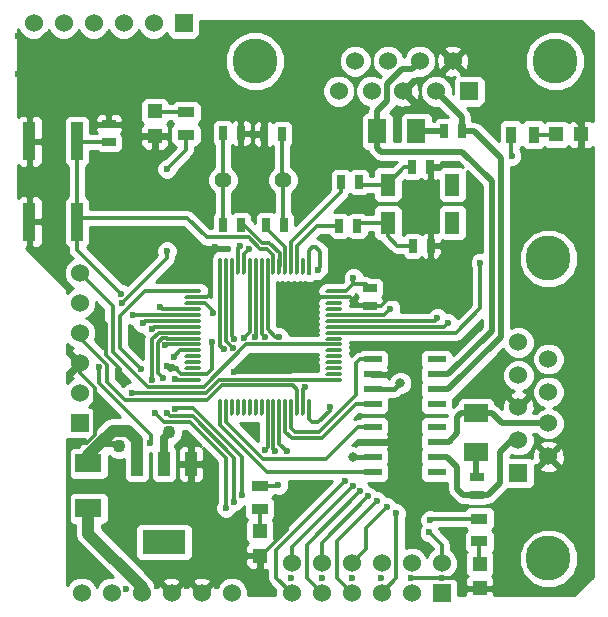
<source format=gtl>
G04 (created by PCBNEW (2013-07-07 BZR 4022)-stable) date 23/05/2015 20:04:57*
%MOIN*%
G04 Gerber Fmt 3.4, Leading zero omitted, Abs format*
%FSLAX34Y34*%
G01*
G70*
G90*
G04 APERTURE LIST*
%ADD10C,0.00590551*%
%ADD11R,0.144X0.08*%
%ADD12R,0.04X0.08*%
%ADD13R,0.0610236X0.023622*%
%ADD14R,0.06X0.08*%
%ADD15R,0.08X0.06*%
%ADD16R,0.035X0.055*%
%ADD17R,0.055X0.035*%
%ADD18R,0.025X0.045*%
%ADD19R,0.045X0.025*%
%ADD20R,0.0511811X0.0748031*%
%ADD21R,0.06X0.06*%
%ADD22C,0.06*%
%ADD23R,0.011811X0.06*%
%ADD24O,0.011811X0.06*%
%ADD25O,0.06X0.011811*%
%ADD26R,0.0472X0.0472*%
%ADD27C,0.056*%
%ADD28R,0.0393701X0.125984*%
%ADD29R,0.0866X0.063*%
%ADD30C,0.15*%
%ADD31C,0.023622*%
%ADD32C,0.0314961*%
%ADD33C,0.0433071*%
%ADD34C,0.011811*%
%ADD35C,0.015748*%
%ADD36C,0.0275591*%
%ADD37C,0.0393701*%
%ADD38C,0.019685*%
%ADD39C,0.00866142*%
G04 APERTURE END LIST*
G54D10*
G54D11*
X54265Y-48470D03*
G54D12*
X54265Y-45870D03*
X53365Y-45870D03*
X55165Y-45870D03*
G54D13*
X61227Y-43385D03*
X61227Y-42885D03*
X61227Y-42385D03*
X61227Y-43885D03*
X63352Y-42385D03*
X63352Y-42885D03*
X63352Y-43385D03*
X63352Y-43885D03*
X61227Y-45635D03*
X61227Y-45135D03*
X61227Y-44635D03*
X61227Y-46135D03*
X63352Y-44635D03*
X63352Y-45135D03*
X63352Y-45635D03*
X63352Y-46135D03*
G54D14*
X61380Y-34785D03*
X62680Y-34785D03*
G54D15*
X64660Y-44180D03*
X64660Y-45480D03*
G54D16*
X65835Y-34895D03*
X66585Y-34895D03*
G54D17*
X64780Y-47695D03*
X64780Y-48445D03*
X57460Y-46615D03*
X57460Y-47365D03*
X55000Y-34900D03*
X55000Y-34150D03*
G54D18*
X60760Y-36475D03*
X60160Y-36475D03*
G54D19*
X64690Y-46300D03*
X64690Y-46900D03*
G54D18*
X63600Y-34785D03*
X64200Y-34785D03*
G54D19*
X52425Y-35150D03*
X52425Y-34550D03*
G54D18*
X57600Y-34875D03*
X58200Y-34875D03*
X56820Y-34850D03*
X56220Y-34850D03*
X58270Y-37910D03*
X57670Y-37910D03*
X56230Y-37890D03*
X56830Y-37890D03*
G54D19*
X61135Y-40600D03*
X61135Y-40000D03*
G54D18*
X63150Y-38590D03*
X62550Y-38590D03*
X63145Y-35970D03*
X62545Y-35970D03*
X60715Y-37930D03*
X60115Y-37930D03*
G54D20*
X61717Y-36565D03*
X61717Y-37824D03*
X63882Y-36565D03*
X63882Y-37824D03*
G54D21*
X51460Y-44510D03*
G54D22*
X51460Y-43510D03*
X51460Y-42510D03*
X51460Y-41510D03*
X51460Y-40510D03*
X51460Y-39510D03*
G54D23*
X59096Y-39279D03*
G54D24*
X58899Y-39279D03*
X58702Y-39279D03*
X58505Y-39279D03*
X58308Y-39279D03*
X58112Y-39279D03*
X57915Y-39279D03*
X57718Y-39279D03*
X57521Y-39279D03*
X57324Y-39279D03*
X57127Y-39279D03*
X56931Y-39279D03*
X56734Y-39279D03*
X56537Y-39279D03*
X56340Y-39279D03*
X56143Y-39279D03*
G54D25*
X55245Y-40114D03*
X55245Y-40311D03*
X55245Y-40508D03*
X55245Y-40705D03*
X55245Y-40902D03*
X55245Y-41098D03*
X55245Y-41295D03*
X55245Y-41492D03*
X55245Y-41689D03*
X55245Y-41886D03*
X55245Y-42083D03*
X55245Y-42279D03*
X55245Y-42476D03*
X55245Y-42673D03*
X55245Y-42870D03*
X55245Y-43067D03*
G54D24*
X56143Y-43965D03*
X56340Y-43965D03*
X56537Y-43965D03*
X56734Y-43965D03*
X56931Y-43965D03*
X57127Y-43965D03*
X57324Y-43965D03*
X57521Y-43965D03*
X57718Y-43965D03*
X57915Y-43965D03*
X58112Y-43965D03*
X58308Y-43965D03*
X58505Y-43965D03*
X58702Y-43965D03*
X58899Y-43965D03*
X59096Y-43965D03*
G54D25*
X59931Y-43067D03*
X59931Y-42870D03*
X59931Y-42476D03*
X59938Y-42673D03*
X59931Y-42279D03*
X59931Y-42083D03*
X59931Y-41886D03*
X59931Y-41689D03*
X59931Y-41492D03*
X59931Y-41295D03*
X59931Y-41101D03*
X59931Y-40904D03*
X59931Y-40707D03*
X59931Y-40510D03*
X59931Y-40314D03*
X59931Y-40117D03*
G54D26*
X67337Y-34880D03*
X68163Y-34880D03*
X64790Y-49187D03*
X64790Y-50013D03*
X57460Y-48097D03*
X57460Y-48923D03*
X53960Y-34117D03*
X53960Y-34943D03*
G54D27*
X56230Y-36410D03*
X58230Y-36410D03*
G54D28*
X51357Y-35116D03*
X51357Y-37793D03*
X49782Y-37793D03*
X49782Y-35116D03*
G54D29*
X51745Y-47348D03*
X51745Y-45852D03*
G54D30*
X67290Y-32445D03*
X57290Y-32445D03*
G54D21*
X64440Y-33445D03*
G54D22*
X63340Y-33445D03*
X62240Y-33445D03*
X61190Y-33445D03*
X60090Y-33445D03*
X60640Y-32445D03*
X61740Y-32445D03*
X62790Y-32445D03*
X63890Y-32445D03*
G54D30*
X67080Y-49020D03*
X67080Y-39020D03*
G54D21*
X66080Y-46170D03*
G54D22*
X66080Y-45070D03*
X66080Y-43970D03*
X66080Y-42920D03*
X66080Y-41820D03*
X67080Y-42370D03*
X67080Y-43470D03*
X67080Y-44520D03*
X67080Y-45620D03*
G54D21*
X54919Y-31180D03*
G54D22*
X53919Y-31180D03*
X52919Y-31180D03*
X51919Y-31180D03*
X50919Y-31180D03*
X49920Y-31180D03*
G54D21*
X63519Y-50180D03*
G54D22*
X62519Y-50180D03*
X61519Y-50180D03*
X60519Y-50180D03*
X59519Y-50180D03*
X58519Y-50180D03*
X56519Y-50180D03*
X54519Y-50180D03*
X53519Y-50180D03*
X52519Y-50180D03*
X51519Y-50180D03*
X55519Y-50180D03*
X58519Y-49180D03*
X59519Y-49180D03*
X60519Y-49180D03*
X61519Y-49180D03*
X62519Y-49180D03*
X63519Y-49180D03*
G54D31*
X61815Y-40690D03*
X55890Y-40830D03*
X54630Y-43050D03*
X59790Y-43970D03*
G54D32*
X62145Y-43180D03*
X60565Y-45650D03*
G54D31*
X60580Y-39675D03*
G54D33*
X54440Y-44820D03*
G54D31*
X60305Y-46425D03*
X58090Y-41635D03*
X60815Y-46770D03*
X57295Y-41645D03*
X56605Y-47125D03*
X54350Y-44180D03*
X53865Y-43065D03*
X56860Y-46890D03*
X63115Y-48150D03*
X54640Y-44045D03*
X54230Y-43005D03*
X61360Y-47110D03*
X56610Y-41690D03*
X56270Y-42050D03*
X62000Y-47505D03*
X60560Y-46600D03*
X57625Y-41630D03*
X61070Y-46950D03*
X56920Y-41660D03*
X56565Y-41990D03*
X61685Y-47295D03*
X56340Y-47340D03*
X53950Y-44175D03*
X53500Y-42720D03*
X54585Y-42300D03*
X57635Y-45390D03*
X53805Y-45155D03*
X52085Y-42625D03*
X52880Y-40490D03*
X54370Y-36030D03*
X54360Y-38780D03*
X58080Y-46565D03*
X57975Y-45445D03*
X58360Y-45435D03*
X63135Y-47735D03*
X65850Y-35600D03*
X64815Y-39160D03*
X54300Y-41920D03*
X52820Y-40190D03*
X63720Y-41165D03*
X63380Y-41010D03*
X53550Y-41165D03*
X53855Y-41365D03*
X54140Y-40635D03*
X53225Y-40900D03*
X53185Y-43500D03*
X59400Y-39400D03*
X56800Y-38595D03*
X55910Y-46000D03*
X59195Y-42410D03*
X57100Y-38710D03*
X62890Y-46880D03*
X61905Y-46820D03*
X62315Y-45420D03*
X52390Y-44130D03*
X62515Y-49685D03*
X63525Y-49670D03*
X60535Y-49680D03*
X59530Y-49680D03*
X61510Y-49680D03*
X58510Y-49680D03*
X62700Y-43160D03*
X64760Y-43270D03*
X65170Y-42810D03*
X63755Y-41920D03*
X62880Y-41880D03*
X62715Y-40640D03*
X64005Y-40665D03*
X56595Y-42800D03*
X58480Y-42785D03*
X58970Y-43310D03*
X58370Y-47610D03*
X55950Y-38630D03*
X54925Y-39615D03*
X67060Y-36700D03*
X64610Y-37590D03*
X60680Y-37220D03*
X63170Y-36760D03*
X60530Y-35760D03*
X59440Y-35540D03*
X57355Y-34220D03*
X59250Y-34240D03*
X58560Y-41055D03*
X60030Y-39510D03*
X60050Y-38660D03*
X61640Y-39120D03*
X62780Y-39570D03*
X64010Y-38830D03*
X67045Y-46930D03*
X65780Y-48050D03*
X65720Y-49740D03*
X67030Y-50150D03*
X68345Y-49215D03*
X68345Y-46750D03*
X68350Y-44090D03*
X68345Y-41980D03*
X68275Y-39880D03*
X68245Y-37960D03*
X68140Y-36235D03*
X65175Y-34360D03*
X53275Y-32140D03*
X54160Y-32105D03*
X53270Y-36570D03*
X65460Y-32490D03*
X65870Y-33860D03*
X67980Y-33800D03*
X68440Y-32930D03*
X68260Y-31600D03*
X66770Y-31310D03*
X64880Y-31340D03*
X62970Y-31410D03*
X61190Y-31470D03*
X58830Y-31270D03*
X56140Y-31620D03*
X55780Y-33220D03*
X54780Y-33380D03*
X55420Y-31960D03*
X50515Y-34825D03*
X50485Y-36475D03*
X50470Y-38790D03*
X52410Y-36660D03*
X52790Y-43010D03*
X52020Y-40895D03*
X53355Y-41735D03*
X54375Y-42610D03*
X55855Y-41815D03*
X57255Y-44830D03*
X53600Y-46870D03*
X52700Y-47600D03*
X54020Y-49950D03*
X55035Y-49950D03*
X56025Y-49935D03*
X57460Y-50120D03*
X55690Y-49160D03*
X56000Y-48320D03*
X56550Y-48820D03*
X51105Y-49675D03*
X52025Y-49810D03*
X53015Y-50045D03*
X52425Y-33185D03*
X50390Y-33260D03*
X51420Y-33270D03*
X50410Y-31580D03*
X51430Y-31610D03*
X49400Y-32870D03*
X49400Y-31590D03*
X52430Y-31530D03*
G54D33*
X52755Y-45285D03*
G54D34*
X61214Y-40904D02*
X61601Y-40904D01*
X61214Y-40904D02*
X59931Y-40904D01*
X61601Y-40904D02*
X61815Y-40690D01*
X55245Y-40508D02*
X55623Y-40508D01*
X55890Y-40775D02*
X55890Y-40830D01*
X55623Y-40508D02*
X55890Y-40775D01*
X54647Y-43067D02*
X54630Y-43050D01*
X55245Y-43067D02*
X54647Y-43067D01*
X59096Y-43965D02*
X59096Y-44376D01*
X59096Y-44376D02*
X59200Y-44480D01*
X59200Y-44480D02*
X59405Y-44480D01*
X59405Y-44480D02*
X59790Y-44095D01*
X59790Y-44095D02*
X59790Y-43970D01*
G54D35*
X61227Y-43385D02*
X61940Y-43385D01*
X61940Y-43385D02*
X62145Y-43180D01*
X60580Y-45635D02*
X61227Y-45635D01*
X60565Y-45650D02*
X60580Y-45635D01*
G54D34*
X60580Y-39870D02*
X61005Y-39870D01*
X61005Y-39870D02*
X61135Y-40000D01*
X59931Y-40117D02*
X60343Y-40117D01*
X60580Y-39880D02*
X60580Y-39870D01*
X60580Y-39870D02*
X60580Y-39675D01*
X60343Y-40117D02*
X60580Y-39880D01*
G54D36*
X54265Y-45870D02*
X54265Y-44995D01*
X54265Y-44995D02*
X54440Y-44820D01*
G54D34*
X58308Y-43965D02*
X58308Y-44798D01*
X60655Y-43885D02*
X61227Y-43885D01*
X59525Y-45015D02*
X60655Y-43885D01*
X58525Y-45015D02*
X59525Y-45015D01*
X58308Y-44798D02*
X58525Y-45015D01*
X58505Y-43965D02*
X58505Y-44685D01*
X60800Y-42385D02*
X61227Y-42385D01*
X60670Y-42515D02*
X60800Y-42385D01*
X60670Y-43570D02*
X60670Y-42515D01*
X59435Y-44805D02*
X60670Y-43570D01*
X58625Y-44805D02*
X59435Y-44805D01*
X58505Y-44685D02*
X58625Y-44805D01*
X58130Y-46135D02*
X57705Y-46135D01*
X61227Y-46135D02*
X58130Y-46135D01*
X56143Y-44573D02*
X57700Y-46130D01*
X56143Y-44573D02*
X56143Y-43965D01*
X57705Y-46135D02*
X57700Y-46130D01*
X56340Y-43965D02*
X56340Y-44480D01*
X60735Y-44635D02*
X61227Y-44635D01*
X59680Y-45690D02*
X60735Y-44635D01*
X57550Y-45690D02*
X59680Y-45690D01*
X56340Y-44480D02*
X57550Y-45690D01*
X60115Y-37930D02*
X59370Y-37930D01*
X58702Y-38598D02*
X58702Y-39279D01*
X59370Y-37930D02*
X58702Y-38598D01*
X58505Y-39279D02*
X58505Y-38465D01*
X60160Y-36810D02*
X60160Y-36475D01*
X58505Y-38465D02*
X60160Y-36810D01*
X57670Y-37910D02*
X57670Y-38000D01*
X58308Y-38638D02*
X58308Y-39279D01*
X57670Y-38000D02*
X58308Y-38638D01*
X56830Y-37890D02*
X56940Y-37890D01*
X58130Y-39279D02*
X58112Y-39279D01*
X58130Y-38840D02*
X58130Y-39279D01*
X57780Y-38490D02*
X58130Y-38840D01*
X57540Y-38490D02*
X57780Y-38490D01*
X56940Y-37890D02*
X57540Y-38490D01*
G54D37*
X53519Y-50180D02*
X53519Y-49969D01*
X51745Y-48195D02*
X51745Y-47348D01*
X53519Y-49969D02*
X51745Y-48195D01*
G54D34*
X57718Y-39279D02*
X57718Y-41373D01*
X58005Y-49665D02*
X58519Y-50180D01*
X58005Y-48725D02*
X58005Y-49665D01*
X60305Y-46425D02*
X58005Y-48725D01*
X57980Y-41635D02*
X58090Y-41635D01*
X57718Y-41373D02*
X57980Y-41635D01*
X57324Y-39279D02*
X57324Y-41616D01*
X59025Y-49685D02*
X59519Y-50180D01*
X59025Y-48560D02*
X59025Y-49685D01*
X60815Y-46770D02*
X59025Y-48560D01*
X57324Y-41616D02*
X57295Y-41645D01*
X55245Y-41492D02*
X54093Y-41492D01*
X56605Y-45655D02*
X56605Y-47125D01*
X55235Y-44285D02*
X56605Y-45655D01*
X54455Y-44285D02*
X55235Y-44285D01*
X54350Y-44180D02*
X54455Y-44285D01*
X53865Y-41720D02*
X53865Y-43065D01*
X54093Y-41492D02*
X53865Y-41720D01*
X54055Y-41825D02*
X54055Y-42830D01*
X54374Y-41689D02*
X54365Y-41680D01*
X54365Y-41680D02*
X54200Y-41680D01*
X54200Y-41680D02*
X54055Y-41825D01*
X56880Y-45950D02*
X56880Y-46870D01*
X56880Y-46870D02*
X56860Y-46890D01*
X63115Y-48150D02*
X63519Y-48554D01*
X63519Y-49180D02*
X63519Y-48554D01*
X54374Y-41689D02*
X55245Y-41689D01*
X56880Y-45645D02*
X56880Y-45950D01*
X55240Y-44005D02*
X56880Y-45645D01*
X54680Y-44005D02*
X55240Y-44005D01*
X54640Y-44045D02*
X54680Y-44005D01*
X54055Y-42830D02*
X54230Y-43005D01*
X56537Y-39279D02*
X56537Y-41617D01*
X60020Y-49680D02*
X60519Y-50180D01*
X60020Y-48450D02*
X60020Y-49680D01*
X61360Y-47110D02*
X60020Y-48450D01*
X56537Y-41617D02*
X56610Y-41690D01*
X61519Y-50180D02*
X62015Y-49684D01*
X56143Y-41923D02*
X56270Y-42050D01*
X56143Y-41923D02*
X56143Y-39279D01*
X62015Y-47520D02*
X62015Y-49684D01*
X62000Y-47505D02*
X62015Y-47520D01*
X57521Y-39279D02*
X57521Y-41526D01*
X58519Y-48640D02*
X58519Y-49180D01*
X60560Y-46600D02*
X58519Y-48640D01*
X57521Y-41526D02*
X57625Y-41630D01*
X57127Y-39279D02*
X57127Y-41463D01*
X59519Y-48500D02*
X59519Y-49180D01*
X61070Y-46950D02*
X59519Y-48500D01*
X56930Y-41660D02*
X56920Y-41660D01*
X57127Y-41463D02*
X56930Y-41660D01*
X56340Y-41765D02*
X56565Y-41990D01*
X56340Y-39279D02*
X56340Y-41765D01*
X60990Y-47990D02*
X60990Y-48075D01*
X61685Y-47295D02*
X60990Y-47990D01*
X60990Y-48709D02*
X60519Y-49180D01*
X60990Y-48075D02*
X60990Y-48709D01*
X55245Y-40114D02*
X53631Y-40114D01*
X56340Y-45675D02*
X56340Y-47340D01*
X55140Y-44475D02*
X56340Y-45675D01*
X54250Y-44475D02*
X55140Y-44475D01*
X53950Y-44175D02*
X54250Y-44475D01*
X52795Y-42015D02*
X53500Y-42720D01*
X52795Y-40950D02*
X52795Y-42015D01*
X53631Y-40114D02*
X52795Y-40950D01*
X55245Y-42083D02*
X54802Y-42083D01*
X54802Y-42083D02*
X54585Y-42300D01*
X57718Y-45307D02*
X57635Y-45390D01*
X53805Y-45155D02*
X53820Y-45140D01*
X53820Y-45140D02*
X53820Y-44900D01*
X53820Y-44900D02*
X52085Y-43165D01*
X52085Y-43165D02*
X52085Y-42625D01*
X57718Y-43965D02*
X57718Y-45307D01*
X54360Y-39010D02*
X54360Y-38780D01*
X52880Y-40490D02*
X54360Y-39010D01*
X54370Y-36030D02*
X55000Y-35400D01*
X55000Y-35400D02*
X55000Y-34900D01*
X54365Y-38785D02*
X54360Y-38780D01*
X57915Y-43965D02*
X57915Y-45385D01*
X58030Y-46615D02*
X57460Y-46615D01*
X58080Y-46565D02*
X58030Y-46615D01*
X57915Y-45385D02*
X57975Y-45445D01*
X58112Y-45187D02*
X58360Y-45435D01*
X64780Y-47695D02*
X64230Y-47695D01*
X58112Y-45187D02*
X58112Y-43965D01*
X63175Y-47695D02*
X64230Y-47695D01*
X63135Y-47735D02*
X63175Y-47695D01*
X59931Y-41492D02*
X64008Y-41492D01*
X65835Y-35585D02*
X65835Y-34895D01*
X65850Y-35600D02*
X65835Y-35585D01*
X64815Y-40685D02*
X64815Y-39160D01*
X64008Y-41492D02*
X64815Y-40685D01*
X55245Y-41886D02*
X54334Y-41886D01*
X54334Y-41886D02*
X54300Y-41920D01*
X52465Y-37675D02*
X55040Y-37675D01*
X57915Y-38890D02*
X57915Y-39279D01*
X57715Y-38690D02*
X57915Y-38890D01*
X57460Y-38690D02*
X57715Y-38690D01*
X57090Y-38320D02*
X57460Y-38690D01*
X55685Y-38320D02*
X57090Y-38320D01*
X55040Y-37675D02*
X55685Y-38320D01*
X51357Y-37793D02*
X51357Y-38727D01*
X51357Y-38727D02*
X52820Y-40190D01*
X52465Y-37675D02*
X51475Y-37675D01*
X51475Y-37675D02*
X51357Y-37793D01*
X52425Y-35150D02*
X51390Y-35150D01*
X51390Y-35150D02*
X51357Y-35116D01*
X51357Y-37793D02*
X51357Y-35116D01*
X63590Y-41295D02*
X63720Y-41165D01*
X59931Y-41295D02*
X63590Y-41295D01*
X63289Y-41101D02*
X63380Y-41010D01*
X59931Y-41101D02*
X63289Y-41101D01*
X53617Y-41098D02*
X53550Y-41165D01*
X55245Y-41098D02*
X53617Y-41098D01*
X53925Y-41295D02*
X53855Y-41365D01*
X55245Y-41295D02*
X53925Y-41295D01*
X54500Y-40705D02*
X54210Y-40705D01*
X55245Y-40705D02*
X54500Y-40705D01*
X54210Y-40705D02*
X54140Y-40635D01*
X53227Y-40902D02*
X53225Y-40900D01*
X55245Y-40902D02*
X53227Y-40902D01*
X56103Y-43067D02*
X55670Y-43500D01*
X55670Y-43500D02*
X53185Y-43500D01*
X59931Y-43067D02*
X56428Y-43067D01*
X56428Y-43067D02*
X56103Y-43067D01*
X52360Y-43135D02*
X52360Y-42560D01*
X58702Y-43387D02*
X58565Y-43250D01*
X58565Y-43250D02*
X56190Y-43250D01*
X56190Y-43250D02*
X55690Y-43750D01*
X55690Y-43750D02*
X52975Y-43750D01*
X52975Y-43750D02*
X52360Y-43135D01*
X58702Y-43965D02*
X58702Y-43387D01*
X51460Y-41660D02*
X51460Y-41510D01*
X52360Y-42560D02*
X51460Y-41660D01*
X54955Y-43315D02*
X53725Y-43315D01*
X52550Y-42140D02*
X52550Y-40600D01*
X51460Y-39510D02*
X52550Y-40600D01*
X57014Y-41886D02*
X55585Y-43315D01*
X55585Y-43315D02*
X54955Y-43315D01*
X57259Y-41886D02*
X59931Y-41886D01*
X57259Y-41886D02*
X57014Y-41886D01*
X53725Y-43315D02*
X52550Y-42140D01*
X59400Y-39400D02*
X59480Y-39320D01*
X59480Y-39320D02*
X59480Y-38800D01*
X59480Y-38800D02*
X59325Y-38645D01*
X59325Y-38645D02*
X59205Y-38645D01*
X59205Y-38645D02*
X59096Y-38754D01*
X59096Y-38754D02*
X59096Y-39279D01*
X56734Y-39279D02*
X56734Y-38661D01*
X56734Y-38661D02*
X56800Y-38595D01*
X55780Y-45870D02*
X55165Y-45870D01*
X55910Y-46000D02*
X55780Y-45870D01*
X58820Y-42785D02*
X58480Y-42785D01*
X59195Y-42410D02*
X58820Y-42785D01*
X56931Y-39279D02*
X56931Y-38879D01*
X56931Y-38879D02*
X57100Y-38710D01*
X62315Y-46305D02*
X62890Y-46880D01*
X62315Y-45420D02*
X62315Y-46305D01*
X51960Y-43790D02*
X52050Y-43790D01*
X52050Y-43790D02*
X52390Y-44130D01*
X63525Y-49670D02*
X64020Y-49670D01*
X62515Y-49685D02*
X62530Y-49670D01*
X62530Y-49670D02*
X63525Y-49670D01*
X64363Y-50013D02*
X64790Y-50013D01*
X64020Y-49670D02*
X64363Y-50013D01*
X58520Y-49690D02*
X58535Y-49690D01*
X58510Y-49680D02*
X58520Y-49690D01*
X61227Y-42885D02*
X61820Y-42885D01*
X62700Y-42930D02*
X62700Y-43160D01*
X62445Y-42675D02*
X62700Y-42930D01*
X62030Y-42675D02*
X62445Y-42675D01*
X61820Y-42885D02*
X62030Y-42675D01*
X64760Y-43220D02*
X64760Y-43270D01*
X65170Y-42810D02*
X64760Y-43220D01*
X62920Y-41920D02*
X63755Y-41920D01*
X62880Y-41880D02*
X62920Y-41920D01*
X61490Y-40600D02*
X61730Y-40360D01*
X61730Y-40360D02*
X62435Y-40360D01*
X62435Y-40360D02*
X62715Y-40640D01*
X61135Y-40600D02*
X61490Y-40600D01*
X59931Y-40314D02*
X60469Y-40314D01*
X60755Y-40600D02*
X61135Y-40600D01*
X60469Y-40314D02*
X60755Y-40600D01*
X59931Y-40314D02*
X59001Y-40314D01*
X58870Y-40445D02*
X58870Y-40440D01*
X59001Y-40314D02*
X58870Y-40445D01*
X58465Y-42800D02*
X56595Y-42800D01*
X58480Y-42785D02*
X58465Y-42800D01*
X58899Y-43965D02*
X58899Y-43381D01*
X58899Y-43381D02*
X58970Y-43310D01*
X57460Y-48923D02*
X57512Y-48923D01*
X58370Y-48065D02*
X58370Y-47610D01*
X57512Y-48923D02*
X58370Y-48065D01*
X54925Y-39615D02*
X55140Y-39615D01*
X55699Y-40311D02*
X55785Y-40225D01*
X55785Y-40225D02*
X55785Y-39875D01*
X55785Y-39875D02*
X55525Y-39615D01*
X55525Y-39615D02*
X54925Y-39615D01*
X55699Y-40311D02*
X55245Y-40311D01*
X55900Y-38680D02*
X55950Y-38630D01*
X55760Y-38680D02*
X55900Y-38680D01*
X55525Y-38915D02*
X55760Y-38680D01*
X55525Y-39230D02*
X55525Y-38915D01*
X55140Y-39615D02*
X55525Y-39230D01*
X64010Y-38830D02*
X64320Y-38830D01*
X64610Y-38540D02*
X64610Y-37590D01*
X64320Y-38830D02*
X64610Y-38540D01*
X63145Y-35970D02*
X63145Y-36735D01*
X60680Y-37220D02*
X60680Y-37230D01*
X63145Y-36735D02*
X63170Y-36760D01*
X59660Y-35760D02*
X60530Y-35760D01*
X59440Y-35540D02*
X59660Y-35760D01*
X59230Y-34220D02*
X57355Y-34220D01*
X59250Y-34240D02*
X59230Y-34220D01*
X60030Y-39510D02*
X59800Y-39510D01*
X58560Y-40750D02*
X58560Y-41055D01*
X59800Y-39510D02*
X58870Y-40440D01*
X58870Y-40440D02*
X58560Y-40750D01*
X63150Y-38590D02*
X63770Y-38590D01*
X60030Y-38680D02*
X60030Y-39510D01*
X60050Y-38660D02*
X60030Y-38680D01*
X62330Y-39120D02*
X61640Y-39120D01*
X62780Y-39570D02*
X62330Y-39120D01*
X63770Y-38590D02*
X64010Y-38830D01*
X68163Y-34880D02*
X68163Y-36212D01*
X66900Y-46930D02*
X67045Y-46930D01*
X65780Y-48050D02*
X66900Y-46930D01*
X66020Y-50040D02*
X65720Y-49740D01*
X66920Y-50040D02*
X66020Y-50040D01*
X67030Y-50150D02*
X66920Y-50040D01*
X68345Y-46750D02*
X68345Y-49215D01*
X68350Y-41985D02*
X68350Y-44090D01*
X68345Y-41980D02*
X68350Y-41985D01*
X68275Y-37990D02*
X68275Y-39880D01*
X68245Y-37960D02*
X68275Y-37990D01*
X68163Y-36212D02*
X68140Y-36235D01*
X54160Y-32105D02*
X55275Y-32105D01*
X53275Y-32140D02*
X53310Y-32105D01*
X53310Y-32105D02*
X54160Y-32105D01*
X68163Y-34583D02*
X68163Y-34880D01*
X67880Y-34300D02*
X68163Y-34583D01*
X65980Y-34300D02*
X67880Y-34300D01*
X65380Y-33700D02*
X65980Y-34300D01*
X65380Y-32570D02*
X65380Y-33700D01*
X65460Y-32490D02*
X65380Y-32570D01*
X67920Y-33860D02*
X65870Y-33860D01*
X67980Y-33800D02*
X67920Y-33860D01*
X68440Y-31780D02*
X68440Y-32930D01*
X68260Y-31600D02*
X68440Y-31780D01*
X64910Y-31310D02*
X66770Y-31310D01*
X64880Y-31340D02*
X64910Y-31310D01*
X61250Y-31410D02*
X62970Y-31410D01*
X61190Y-31470D02*
X61250Y-31410D01*
X56490Y-31270D02*
X58830Y-31270D01*
X56140Y-31620D02*
X56490Y-31270D01*
X54940Y-33220D02*
X55780Y-33220D01*
X54780Y-33380D02*
X54940Y-33220D01*
X55275Y-32105D02*
X55420Y-31960D01*
X50485Y-36475D02*
X50485Y-38775D01*
X49782Y-36472D02*
X50515Y-35740D01*
X50515Y-35740D02*
X50515Y-34825D01*
X49782Y-37793D02*
X49782Y-36472D01*
X50485Y-38775D02*
X50470Y-38790D01*
X53270Y-36570D02*
X52500Y-36570D01*
X53597Y-34943D02*
X53270Y-35270D01*
X53270Y-35270D02*
X53270Y-36570D01*
X53960Y-34943D02*
X53597Y-34943D01*
X52500Y-36570D02*
X52410Y-36660D01*
X52790Y-42695D02*
X52790Y-43010D01*
X52335Y-42240D02*
X52790Y-42695D01*
X52335Y-41210D02*
X52335Y-42240D01*
X52020Y-40895D02*
X52335Y-41210D01*
X55245Y-42870D02*
X54825Y-42870D01*
X54565Y-42610D02*
X54375Y-42610D01*
X54825Y-42870D02*
X54565Y-42610D01*
X55245Y-42870D02*
X55705Y-42870D01*
X55705Y-42870D02*
X55855Y-42720D01*
X55855Y-42720D02*
X55855Y-41815D01*
X57255Y-44830D02*
X57265Y-44830D01*
X53600Y-46870D02*
X52870Y-47600D01*
X52870Y-47600D02*
X52700Y-47600D01*
X54020Y-49950D02*
X54415Y-49555D01*
X54415Y-49555D02*
X54640Y-49555D01*
X54640Y-49555D02*
X55035Y-49950D01*
X56025Y-49935D02*
X56395Y-49565D01*
X56395Y-49565D02*
X56905Y-49565D01*
X56905Y-49565D02*
X57460Y-50120D01*
X55690Y-49160D02*
X56000Y-48850D01*
X56000Y-48850D02*
X56000Y-48320D01*
X56653Y-48923D02*
X57460Y-48923D01*
X56550Y-48820D02*
X56653Y-48923D01*
X51105Y-49675D02*
X51145Y-49675D01*
X51460Y-42825D02*
X51960Y-43325D01*
X51960Y-43325D02*
X51960Y-43790D01*
X51960Y-43790D02*
X51960Y-44910D01*
X51960Y-44910D02*
X51695Y-45175D01*
X51695Y-45175D02*
X51325Y-45175D01*
X51325Y-45175D02*
X51090Y-45410D01*
X51090Y-45410D02*
X51090Y-49660D01*
X51090Y-49660D02*
X51105Y-49675D01*
X51460Y-42510D02*
X51460Y-42825D01*
X51590Y-49375D02*
X52025Y-49810D01*
X51445Y-49375D02*
X51590Y-49375D01*
X51145Y-49675D02*
X51445Y-49375D01*
X53020Y-50040D02*
X53020Y-50020D01*
X53015Y-50045D02*
X53020Y-50040D01*
X51420Y-33270D02*
X52340Y-33270D01*
X52340Y-33270D02*
X52425Y-33185D01*
X50390Y-33260D02*
X51410Y-33260D01*
X50000Y-32870D02*
X50390Y-33260D01*
X49400Y-32870D02*
X50000Y-32870D01*
X51410Y-33260D02*
X51420Y-33270D01*
X50410Y-31580D02*
X50310Y-31580D01*
X51380Y-31610D02*
X51120Y-31870D01*
X51120Y-31870D02*
X50700Y-31870D01*
X50700Y-31870D02*
X50410Y-31580D01*
X52430Y-31530D02*
X52430Y-31650D01*
X51720Y-31900D02*
X51430Y-31610D01*
X52180Y-31900D02*
X51720Y-31900D01*
X52430Y-31650D02*
X52180Y-31900D01*
X51430Y-31610D02*
X51380Y-31610D01*
X49782Y-33252D02*
X49782Y-35116D01*
X49400Y-32870D02*
X49782Y-33252D01*
X49630Y-31820D02*
X49400Y-31590D01*
X50070Y-31820D02*
X49630Y-31820D01*
X50310Y-31580D02*
X50070Y-31820D01*
X52425Y-34550D02*
X52425Y-31535D01*
X52425Y-31535D02*
X52430Y-31530D01*
X61717Y-37824D02*
X60820Y-37824D01*
X60820Y-37824D02*
X60715Y-37930D01*
X61717Y-37824D02*
X61717Y-38277D01*
X62030Y-38590D02*
X62550Y-38590D01*
X61717Y-38277D02*
X62030Y-38590D01*
X61717Y-36565D02*
X60850Y-36565D01*
X60850Y-36565D02*
X60760Y-36475D01*
X61717Y-36565D02*
X61717Y-36532D01*
X62280Y-35970D02*
X62545Y-35970D01*
X61717Y-36532D02*
X62280Y-35970D01*
X58230Y-36410D02*
X58230Y-37870D01*
X58230Y-37870D02*
X58270Y-37910D01*
X58200Y-34875D02*
X58200Y-36380D01*
X58200Y-36380D02*
X58230Y-36410D01*
X56230Y-36410D02*
X56230Y-37890D01*
X56220Y-34850D02*
X56220Y-36400D01*
X56220Y-36400D02*
X56230Y-36410D01*
G54D38*
X52112Y-45207D02*
X52677Y-45207D01*
X52677Y-45207D02*
X52755Y-45285D01*
G54D37*
X51745Y-45852D02*
X51745Y-45575D01*
X53365Y-45070D02*
X53365Y-45870D01*
X53055Y-44760D02*
X53365Y-45070D01*
X52560Y-44760D02*
X53055Y-44760D01*
X51745Y-45575D02*
X52112Y-45207D01*
X52112Y-45207D02*
X52560Y-44760D01*
G54D34*
X55000Y-34150D02*
X53993Y-34150D01*
X53993Y-34150D02*
X53960Y-34117D01*
X57460Y-47365D02*
X57460Y-48097D01*
X66585Y-34895D02*
X67322Y-34895D01*
X67322Y-34895D02*
X67337Y-34880D01*
X64780Y-48445D02*
X64780Y-49177D01*
X64780Y-49177D02*
X64790Y-49187D01*
G54D38*
X64660Y-45480D02*
X64660Y-46270D01*
X64660Y-46270D02*
X64690Y-46300D01*
X64200Y-34785D02*
X64200Y-34310D01*
X63340Y-33450D02*
X63340Y-33445D01*
X64200Y-34310D02*
X63340Y-33450D01*
X63352Y-43385D02*
X63745Y-43385D01*
X64615Y-34785D02*
X64200Y-34785D01*
X65500Y-35670D02*
X64615Y-34785D01*
X65500Y-41630D02*
X65500Y-35670D01*
X63745Y-43385D02*
X65500Y-41630D01*
X61380Y-34785D02*
X61380Y-34090D01*
X62520Y-32715D02*
X62790Y-32445D01*
X62215Y-32715D02*
X62520Y-32715D01*
X61715Y-33215D02*
X62215Y-32715D01*
X61715Y-33755D02*
X61715Y-33215D01*
X61380Y-34090D02*
X61715Y-33755D01*
X63352Y-42885D02*
X63745Y-42885D01*
X61380Y-35330D02*
X61380Y-34785D01*
X61510Y-35460D02*
X61380Y-35330D01*
X64210Y-35460D02*
X61510Y-35460D01*
X65200Y-36450D02*
X64210Y-35460D01*
X65200Y-41430D02*
X65200Y-36450D01*
X63745Y-42885D02*
X65200Y-41430D01*
X64660Y-44180D02*
X65185Y-44180D01*
X65525Y-44520D02*
X67080Y-44520D01*
X65185Y-44180D02*
X65525Y-44520D01*
X63352Y-45135D02*
X63755Y-45135D01*
X64170Y-44180D02*
X64660Y-44180D01*
X64040Y-44310D02*
X64170Y-44180D01*
X64040Y-44850D02*
X64040Y-44310D01*
X63755Y-45135D02*
X64040Y-44850D01*
X62680Y-34785D02*
X63600Y-34785D01*
X64690Y-46900D02*
X65065Y-46900D01*
X65865Y-45070D02*
X66080Y-45070D01*
X65455Y-45480D02*
X65865Y-45070D01*
X65455Y-46510D02*
X65455Y-45480D01*
X65065Y-46900D02*
X65455Y-46510D01*
X63352Y-45635D02*
X63690Y-45635D01*
X64235Y-46900D02*
X64690Y-46900D01*
X64040Y-46705D02*
X64235Y-46900D01*
X64040Y-45985D02*
X64040Y-46705D01*
X63690Y-45635D02*
X64040Y-45985D01*
G54D10*
G36*
X51545Y-42515D02*
X51465Y-42595D01*
X51460Y-42590D01*
X51153Y-42896D01*
X51181Y-42989D01*
X51245Y-43010D01*
X51152Y-43049D01*
X51042Y-43158D01*
X51042Y-42806D01*
X51073Y-42816D01*
X51379Y-42510D01*
X51073Y-42203D01*
X51042Y-42213D01*
X51042Y-41861D01*
X51151Y-41970D01*
X51239Y-42006D01*
X51181Y-42030D01*
X51153Y-42123D01*
X51460Y-42429D01*
X51465Y-42424D01*
X51545Y-42504D01*
X51540Y-42510D01*
X51545Y-42515D01*
X51545Y-42515D01*
G37*
G54D39*
X51545Y-42515D02*
X51465Y-42595D01*
X51460Y-42590D01*
X51153Y-42896D01*
X51181Y-42989D01*
X51245Y-43010D01*
X51152Y-43049D01*
X51042Y-43158D01*
X51042Y-42806D01*
X51073Y-42816D01*
X51379Y-42510D01*
X51073Y-42203D01*
X51042Y-42213D01*
X51042Y-41861D01*
X51151Y-41970D01*
X51239Y-42006D01*
X51181Y-42030D01*
X51153Y-42123D01*
X51460Y-42429D01*
X51465Y-42424D01*
X51545Y-42504D01*
X51540Y-42510D01*
X51545Y-42515D01*
G54D10*
G36*
X52247Y-42020D02*
X51957Y-41729D01*
X52003Y-41618D01*
X52003Y-41402D01*
X51920Y-41202D01*
X51768Y-41049D01*
X51672Y-41010D01*
X51767Y-40970D01*
X51920Y-40818D01*
X52003Y-40618D01*
X52003Y-40480D01*
X52247Y-40725D01*
X52247Y-42020D01*
X52247Y-42020D01*
G37*
G54D39*
X52247Y-42020D02*
X51957Y-41729D01*
X52003Y-41618D01*
X52003Y-41402D01*
X51920Y-41202D01*
X51768Y-41049D01*
X51672Y-41010D01*
X51767Y-40970D01*
X51920Y-40818D01*
X52003Y-40618D01*
X52003Y-40480D01*
X52247Y-40725D01*
X52247Y-42020D01*
G54D10*
G36*
X52812Y-44319D02*
X52560Y-44319D01*
X52391Y-44353D01*
X52344Y-44385D01*
X52248Y-44448D01*
X52003Y-44694D01*
X52003Y-44161D01*
X51966Y-44072D01*
X51898Y-44003D01*
X51808Y-43966D01*
X51771Y-43966D01*
X51920Y-43818D01*
X52003Y-43618D01*
X52003Y-43510D01*
X52812Y-44319D01*
X52812Y-44319D01*
G37*
G54D39*
X52812Y-44319D02*
X52560Y-44319D01*
X52391Y-44353D01*
X52344Y-44385D01*
X52248Y-44448D01*
X52003Y-44694D01*
X52003Y-44161D01*
X51966Y-44072D01*
X51898Y-44003D01*
X51808Y-43966D01*
X51771Y-43966D01*
X51920Y-43818D01*
X52003Y-43618D01*
X52003Y-43510D01*
X52812Y-44319D01*
G54D10*
G36*
X53120Y-43138D02*
X53113Y-43138D01*
X52980Y-43193D01*
X52913Y-43260D01*
X52662Y-43009D01*
X52662Y-42679D01*
X53120Y-43138D01*
X53120Y-43138D01*
G37*
G54D39*
X53120Y-43138D02*
X53113Y-43138D01*
X52980Y-43193D01*
X52913Y-43260D01*
X52662Y-43009D01*
X52662Y-42679D01*
X53120Y-43138D01*
G54D10*
G36*
X53585Y-41606D02*
X53562Y-41720D01*
X53562Y-42355D01*
X53097Y-41889D01*
X53097Y-41238D01*
X53152Y-41261D01*
X53198Y-41261D01*
X53243Y-41369D01*
X53345Y-41471D01*
X53477Y-41526D01*
X53530Y-41526D01*
X53548Y-41569D01*
X53585Y-41606D01*
X53585Y-41606D01*
G37*
G54D39*
X53585Y-41606D02*
X53562Y-41720D01*
X53562Y-42355D01*
X53097Y-41889D01*
X53097Y-41238D01*
X53152Y-41261D01*
X53198Y-41261D01*
X53243Y-41369D01*
X53345Y-41471D01*
X53477Y-41526D01*
X53530Y-41526D01*
X53548Y-41569D01*
X53585Y-41606D01*
G54D10*
G36*
X54696Y-42644D02*
X54691Y-42673D01*
X54694Y-42688D01*
X54558Y-42688D01*
X54463Y-42727D01*
X54434Y-42698D01*
X54357Y-42666D01*
X54357Y-42583D01*
X54380Y-42606D01*
X54512Y-42661D01*
X54656Y-42661D01*
X54696Y-42644D01*
X54696Y-42644D01*
G37*
G54D39*
X54696Y-42644D02*
X54691Y-42673D01*
X54694Y-42688D01*
X54558Y-42688D01*
X54463Y-42727D01*
X54434Y-42698D01*
X54357Y-42666D01*
X54357Y-42583D01*
X54380Y-42606D01*
X54512Y-42661D01*
X54656Y-42661D01*
X54696Y-42644D01*
G54D10*
G36*
X56438Y-38622D02*
X56438Y-38626D01*
X56431Y-38661D01*
X56431Y-38743D01*
X56340Y-38725D01*
X56241Y-38744D01*
X56143Y-38725D01*
X56027Y-38748D01*
X55929Y-38813D01*
X55863Y-38911D01*
X55840Y-39027D01*
X55840Y-39279D01*
X55840Y-39530D01*
X55840Y-40298D01*
X55836Y-40294D01*
X55788Y-40261D01*
X55788Y-40254D01*
X55777Y-40254D01*
X55765Y-40246D01*
X55778Y-40234D01*
X55776Y-40228D01*
X55798Y-40114D01*
X55775Y-39998D01*
X55710Y-39900D01*
X55612Y-39834D01*
X55496Y-39811D01*
X55245Y-39811D01*
X54993Y-39811D01*
X53985Y-39811D01*
X54573Y-39223D01*
X54639Y-39125D01*
X54662Y-39010D01*
X54662Y-38988D01*
X54666Y-38984D01*
X54721Y-38852D01*
X54721Y-38708D01*
X54666Y-38575D01*
X54564Y-38473D01*
X54432Y-38418D01*
X54288Y-38418D01*
X54155Y-38473D01*
X54053Y-38575D01*
X53998Y-38707D01*
X53998Y-38851D01*
X54025Y-38916D01*
X53041Y-39900D01*
X53024Y-39883D01*
X52892Y-39828D01*
X52886Y-39828D01*
X51688Y-38631D01*
X51691Y-38629D01*
X51760Y-38561D01*
X51797Y-38472D01*
X51797Y-38375D01*
X51797Y-37977D01*
X52465Y-37977D01*
X54914Y-37977D01*
X55471Y-38533D01*
X55569Y-38599D01*
X55685Y-38622D01*
X56438Y-38622D01*
X56438Y-38622D01*
G37*
G54D39*
X56438Y-38622D02*
X56438Y-38626D01*
X56431Y-38661D01*
X56431Y-38743D01*
X56340Y-38725D01*
X56241Y-38744D01*
X56143Y-38725D01*
X56027Y-38748D01*
X55929Y-38813D01*
X55863Y-38911D01*
X55840Y-39027D01*
X55840Y-39279D01*
X55840Y-39530D01*
X55840Y-40298D01*
X55836Y-40294D01*
X55788Y-40261D01*
X55788Y-40254D01*
X55777Y-40254D01*
X55765Y-40246D01*
X55778Y-40234D01*
X55776Y-40228D01*
X55798Y-40114D01*
X55775Y-39998D01*
X55710Y-39900D01*
X55612Y-39834D01*
X55496Y-39811D01*
X55245Y-39811D01*
X54993Y-39811D01*
X53985Y-39811D01*
X54573Y-39223D01*
X54639Y-39125D01*
X54662Y-39010D01*
X54662Y-38988D01*
X54666Y-38984D01*
X54721Y-38852D01*
X54721Y-38708D01*
X54666Y-38575D01*
X54564Y-38473D01*
X54432Y-38418D01*
X54288Y-38418D01*
X54155Y-38473D01*
X54053Y-38575D01*
X53998Y-38707D01*
X53998Y-38851D01*
X54025Y-38916D01*
X53041Y-39900D01*
X53024Y-39883D01*
X52892Y-39828D01*
X52886Y-39828D01*
X51688Y-38631D01*
X51691Y-38629D01*
X51760Y-38561D01*
X51797Y-38472D01*
X51797Y-38375D01*
X51797Y-37977D01*
X52465Y-37977D01*
X54914Y-37977D01*
X55471Y-38533D01*
X55569Y-38599D01*
X55685Y-38622D01*
X56438Y-38622D01*
G54D10*
G36*
X57415Y-45098D02*
X57400Y-45113D01*
X56794Y-44506D01*
X56832Y-44499D01*
X56931Y-44518D01*
X57029Y-44499D01*
X57127Y-44518D01*
X57225Y-44499D01*
X57324Y-44518D01*
X57415Y-44500D01*
X57415Y-45098D01*
X57415Y-45098D01*
G37*
G54D39*
X57415Y-45098D02*
X57400Y-45113D01*
X56794Y-44506D01*
X56832Y-44499D01*
X56931Y-44518D01*
X57029Y-44499D01*
X57127Y-44518D01*
X57225Y-44499D01*
X57324Y-44518D01*
X57415Y-44500D01*
X57415Y-45098D01*
G54D10*
G36*
X57978Y-50066D02*
X57976Y-50071D01*
X57975Y-50237D01*
X57403Y-50237D01*
X57403Y-49341D01*
X57403Y-48979D01*
X57041Y-48979D01*
X56980Y-49040D01*
X56980Y-49207D01*
X57017Y-49296D01*
X57085Y-49365D01*
X57175Y-49402D01*
X57272Y-49402D01*
X57342Y-49402D01*
X57403Y-49341D01*
X57403Y-50237D01*
X57062Y-50237D01*
X57062Y-50072D01*
X56980Y-49872D01*
X56827Y-49719D01*
X56627Y-49636D01*
X56411Y-49636D01*
X56211Y-49719D01*
X56058Y-49871D01*
X56022Y-49959D01*
X55998Y-49901D01*
X55905Y-49873D01*
X55825Y-49953D01*
X55825Y-49793D01*
X55797Y-49700D01*
X55608Y-49636D01*
X55608Y-46221D01*
X55608Y-45987D01*
X55547Y-45926D01*
X55221Y-45926D01*
X55221Y-46452D01*
X55282Y-46513D01*
X55413Y-46513D01*
X55502Y-46476D01*
X55571Y-46408D01*
X55608Y-46318D01*
X55608Y-46221D01*
X55608Y-49636D01*
X55592Y-49630D01*
X55377Y-49644D01*
X55241Y-49700D01*
X55228Y-49742D01*
X55228Y-48821D01*
X55228Y-48021D01*
X55191Y-47932D01*
X55123Y-47863D01*
X55108Y-47857D01*
X55108Y-46452D01*
X55108Y-45926D01*
X55108Y-45813D01*
X55108Y-45287D01*
X55047Y-45226D01*
X54916Y-45226D01*
X54827Y-45263D01*
X54758Y-45331D01*
X54721Y-45421D01*
X54721Y-45518D01*
X54721Y-45752D01*
X54782Y-45813D01*
X55108Y-45813D01*
X55108Y-45926D01*
X54782Y-45926D01*
X54721Y-45987D01*
X54721Y-46221D01*
X54721Y-46318D01*
X54758Y-46408D01*
X54827Y-46476D01*
X54916Y-46513D01*
X55047Y-46513D01*
X55108Y-46452D01*
X55108Y-47857D01*
X55033Y-47826D01*
X54936Y-47826D01*
X53496Y-47826D01*
X53407Y-47863D01*
X53338Y-47931D01*
X53301Y-48021D01*
X53301Y-48118D01*
X53301Y-48918D01*
X53338Y-49007D01*
X53406Y-49076D01*
X53496Y-49113D01*
X53593Y-49113D01*
X55033Y-49113D01*
X55122Y-49076D01*
X55191Y-49008D01*
X55228Y-48918D01*
X55228Y-48821D01*
X55228Y-49742D01*
X55212Y-49793D01*
X55519Y-50099D01*
X55825Y-49793D01*
X55825Y-49953D01*
X55599Y-50180D01*
X55604Y-50185D01*
X55553Y-50237D01*
X55485Y-50237D01*
X55433Y-50185D01*
X55439Y-50180D01*
X55132Y-49873D01*
X55040Y-49901D01*
X55021Y-49957D01*
X54998Y-49901D01*
X54905Y-49873D01*
X54825Y-49953D01*
X54825Y-49793D01*
X54797Y-49700D01*
X54592Y-49630D01*
X54377Y-49644D01*
X54241Y-49700D01*
X54212Y-49793D01*
X54519Y-50099D01*
X54825Y-49793D01*
X54825Y-49953D01*
X54599Y-50180D01*
X54604Y-50185D01*
X54553Y-50237D01*
X54485Y-50237D01*
X54433Y-50185D01*
X54439Y-50180D01*
X54132Y-49873D01*
X54040Y-49901D01*
X54018Y-49965D01*
X53980Y-49872D01*
X53930Y-49822D01*
X53925Y-49800D01*
X53830Y-49657D01*
X53830Y-49657D01*
X52185Y-48012D01*
X52185Y-47906D01*
X52226Y-47906D01*
X52315Y-47869D01*
X52384Y-47801D01*
X52421Y-47711D01*
X52421Y-47614D01*
X52421Y-46984D01*
X52384Y-46895D01*
X52316Y-46826D01*
X52226Y-46789D01*
X52129Y-46789D01*
X51263Y-46789D01*
X51174Y-46826D01*
X51105Y-46894D01*
X51068Y-46984D01*
X51068Y-47081D01*
X51068Y-47711D01*
X51105Y-47800D01*
X51173Y-47869D01*
X51263Y-47906D01*
X51304Y-47906D01*
X51304Y-48195D01*
X51338Y-48363D01*
X51433Y-48506D01*
X52564Y-49636D01*
X52411Y-49636D01*
X52211Y-49719D01*
X52058Y-49871D01*
X52019Y-49967D01*
X51980Y-49872D01*
X51827Y-49719D01*
X51627Y-49636D01*
X51411Y-49636D01*
X51211Y-49719D01*
X51058Y-49871D01*
X51042Y-49910D01*
X51042Y-45024D01*
X51111Y-45053D01*
X51208Y-45053D01*
X51644Y-45053D01*
X51433Y-45263D01*
X51413Y-45293D01*
X51263Y-45293D01*
X51174Y-45330D01*
X51105Y-45398D01*
X51068Y-45488D01*
X51068Y-45585D01*
X51068Y-46215D01*
X51105Y-46304D01*
X51173Y-46373D01*
X51263Y-46410D01*
X51360Y-46410D01*
X52226Y-46410D01*
X52315Y-46373D01*
X52384Y-46305D01*
X52421Y-46215D01*
X52421Y-46118D01*
X52421Y-45601D01*
X52494Y-45674D01*
X52663Y-45744D01*
X52846Y-45744D01*
X52921Y-45713D01*
X52921Y-46318D01*
X52958Y-46407D01*
X53026Y-46476D01*
X53116Y-46513D01*
X53213Y-46513D01*
X53613Y-46513D01*
X53702Y-46476D01*
X53771Y-46408D01*
X53808Y-46318D01*
X53808Y-46221D01*
X53808Y-45516D01*
X53821Y-45516D01*
X53821Y-45518D01*
X53821Y-46318D01*
X53858Y-46407D01*
X53926Y-46476D01*
X54016Y-46513D01*
X54113Y-46513D01*
X54513Y-46513D01*
X54602Y-46476D01*
X54671Y-46408D01*
X54708Y-46318D01*
X54708Y-46221D01*
X54708Y-45421D01*
X54671Y-45332D01*
X54646Y-45307D01*
X54646Y-45232D01*
X54700Y-45210D01*
X54829Y-45080D01*
X54899Y-44911D01*
X54899Y-44777D01*
X55014Y-44777D01*
X55499Y-45262D01*
X55413Y-45226D01*
X55282Y-45226D01*
X55221Y-45287D01*
X55221Y-45813D01*
X55547Y-45813D01*
X55608Y-45752D01*
X55608Y-45518D01*
X55608Y-45421D01*
X55572Y-45334D01*
X56037Y-45800D01*
X56037Y-47131D01*
X56033Y-47135D01*
X55978Y-47267D01*
X55978Y-47411D01*
X56033Y-47544D01*
X56135Y-47646D01*
X56267Y-47701D01*
X56411Y-47701D01*
X56544Y-47646D01*
X56646Y-47544D01*
X56670Y-47486D01*
X56676Y-47486D01*
X56809Y-47431D01*
X56911Y-47329D01*
X56941Y-47256D01*
X56941Y-47588D01*
X56978Y-47677D01*
X57020Y-47719D01*
X57017Y-47722D01*
X56980Y-47812D01*
X56980Y-47909D01*
X56980Y-48381D01*
X57017Y-48470D01*
X57056Y-48510D01*
X57017Y-48549D01*
X56980Y-48638D01*
X56980Y-48805D01*
X57041Y-48866D01*
X57403Y-48866D01*
X57403Y-48858D01*
X57516Y-48858D01*
X57516Y-48866D01*
X57524Y-48866D01*
X57524Y-48979D01*
X57516Y-48979D01*
X57516Y-49341D01*
X57577Y-49402D01*
X57647Y-49402D01*
X57702Y-49402D01*
X57702Y-49665D01*
X57725Y-49781D01*
X57791Y-49879D01*
X57978Y-50066D01*
X57978Y-50066D01*
G37*
G54D39*
X57978Y-50066D02*
X57976Y-50071D01*
X57975Y-50237D01*
X57403Y-50237D01*
X57403Y-49341D01*
X57403Y-48979D01*
X57041Y-48979D01*
X56980Y-49040D01*
X56980Y-49207D01*
X57017Y-49296D01*
X57085Y-49365D01*
X57175Y-49402D01*
X57272Y-49402D01*
X57342Y-49402D01*
X57403Y-49341D01*
X57403Y-50237D01*
X57062Y-50237D01*
X57062Y-50072D01*
X56980Y-49872D01*
X56827Y-49719D01*
X56627Y-49636D01*
X56411Y-49636D01*
X56211Y-49719D01*
X56058Y-49871D01*
X56022Y-49959D01*
X55998Y-49901D01*
X55905Y-49873D01*
X55825Y-49953D01*
X55825Y-49793D01*
X55797Y-49700D01*
X55608Y-49636D01*
X55608Y-46221D01*
X55608Y-45987D01*
X55547Y-45926D01*
X55221Y-45926D01*
X55221Y-46452D01*
X55282Y-46513D01*
X55413Y-46513D01*
X55502Y-46476D01*
X55571Y-46408D01*
X55608Y-46318D01*
X55608Y-46221D01*
X55608Y-49636D01*
X55592Y-49630D01*
X55377Y-49644D01*
X55241Y-49700D01*
X55228Y-49742D01*
X55228Y-48821D01*
X55228Y-48021D01*
X55191Y-47932D01*
X55123Y-47863D01*
X55108Y-47857D01*
X55108Y-46452D01*
X55108Y-45926D01*
X55108Y-45813D01*
X55108Y-45287D01*
X55047Y-45226D01*
X54916Y-45226D01*
X54827Y-45263D01*
X54758Y-45331D01*
X54721Y-45421D01*
X54721Y-45518D01*
X54721Y-45752D01*
X54782Y-45813D01*
X55108Y-45813D01*
X55108Y-45926D01*
X54782Y-45926D01*
X54721Y-45987D01*
X54721Y-46221D01*
X54721Y-46318D01*
X54758Y-46408D01*
X54827Y-46476D01*
X54916Y-46513D01*
X55047Y-46513D01*
X55108Y-46452D01*
X55108Y-47857D01*
X55033Y-47826D01*
X54936Y-47826D01*
X53496Y-47826D01*
X53407Y-47863D01*
X53338Y-47931D01*
X53301Y-48021D01*
X53301Y-48118D01*
X53301Y-48918D01*
X53338Y-49007D01*
X53406Y-49076D01*
X53496Y-49113D01*
X53593Y-49113D01*
X55033Y-49113D01*
X55122Y-49076D01*
X55191Y-49008D01*
X55228Y-48918D01*
X55228Y-48821D01*
X55228Y-49742D01*
X55212Y-49793D01*
X55519Y-50099D01*
X55825Y-49793D01*
X55825Y-49953D01*
X55599Y-50180D01*
X55604Y-50185D01*
X55553Y-50237D01*
X55485Y-50237D01*
X55433Y-50185D01*
X55439Y-50180D01*
X55132Y-49873D01*
X55040Y-49901D01*
X55021Y-49957D01*
X54998Y-49901D01*
X54905Y-49873D01*
X54825Y-49953D01*
X54825Y-49793D01*
X54797Y-49700D01*
X54592Y-49630D01*
X54377Y-49644D01*
X54241Y-49700D01*
X54212Y-49793D01*
X54519Y-50099D01*
X54825Y-49793D01*
X54825Y-49953D01*
X54599Y-50180D01*
X54604Y-50185D01*
X54553Y-50237D01*
X54485Y-50237D01*
X54433Y-50185D01*
X54439Y-50180D01*
X54132Y-49873D01*
X54040Y-49901D01*
X54018Y-49965D01*
X53980Y-49872D01*
X53930Y-49822D01*
X53925Y-49800D01*
X53830Y-49657D01*
X53830Y-49657D01*
X52185Y-48012D01*
X52185Y-47906D01*
X52226Y-47906D01*
X52315Y-47869D01*
X52384Y-47801D01*
X52421Y-47711D01*
X52421Y-47614D01*
X52421Y-46984D01*
X52384Y-46895D01*
X52316Y-46826D01*
X52226Y-46789D01*
X52129Y-46789D01*
X51263Y-46789D01*
X51174Y-46826D01*
X51105Y-46894D01*
X51068Y-46984D01*
X51068Y-47081D01*
X51068Y-47711D01*
X51105Y-47800D01*
X51173Y-47869D01*
X51263Y-47906D01*
X51304Y-47906D01*
X51304Y-48195D01*
X51338Y-48363D01*
X51433Y-48506D01*
X52564Y-49636D01*
X52411Y-49636D01*
X52211Y-49719D01*
X52058Y-49871D01*
X52019Y-49967D01*
X51980Y-49872D01*
X51827Y-49719D01*
X51627Y-49636D01*
X51411Y-49636D01*
X51211Y-49719D01*
X51058Y-49871D01*
X51042Y-49910D01*
X51042Y-45024D01*
X51111Y-45053D01*
X51208Y-45053D01*
X51644Y-45053D01*
X51433Y-45263D01*
X51413Y-45293D01*
X51263Y-45293D01*
X51174Y-45330D01*
X51105Y-45398D01*
X51068Y-45488D01*
X51068Y-45585D01*
X51068Y-46215D01*
X51105Y-46304D01*
X51173Y-46373D01*
X51263Y-46410D01*
X51360Y-46410D01*
X52226Y-46410D01*
X52315Y-46373D01*
X52384Y-46305D01*
X52421Y-46215D01*
X52421Y-46118D01*
X52421Y-45601D01*
X52494Y-45674D01*
X52663Y-45744D01*
X52846Y-45744D01*
X52921Y-45713D01*
X52921Y-46318D01*
X52958Y-46407D01*
X53026Y-46476D01*
X53116Y-46513D01*
X53213Y-46513D01*
X53613Y-46513D01*
X53702Y-46476D01*
X53771Y-46408D01*
X53808Y-46318D01*
X53808Y-46221D01*
X53808Y-45516D01*
X53821Y-45516D01*
X53821Y-45518D01*
X53821Y-46318D01*
X53858Y-46407D01*
X53926Y-46476D01*
X54016Y-46513D01*
X54113Y-46513D01*
X54513Y-46513D01*
X54602Y-46476D01*
X54671Y-46408D01*
X54708Y-46318D01*
X54708Y-46221D01*
X54708Y-45421D01*
X54671Y-45332D01*
X54646Y-45307D01*
X54646Y-45232D01*
X54700Y-45210D01*
X54829Y-45080D01*
X54899Y-44911D01*
X54899Y-44777D01*
X55014Y-44777D01*
X55499Y-45262D01*
X55413Y-45226D01*
X55282Y-45226D01*
X55221Y-45287D01*
X55221Y-45813D01*
X55547Y-45813D01*
X55608Y-45752D01*
X55608Y-45518D01*
X55608Y-45421D01*
X55572Y-45334D01*
X56037Y-45800D01*
X56037Y-47131D01*
X56033Y-47135D01*
X55978Y-47267D01*
X55978Y-47411D01*
X56033Y-47544D01*
X56135Y-47646D01*
X56267Y-47701D01*
X56411Y-47701D01*
X56544Y-47646D01*
X56646Y-47544D01*
X56670Y-47486D01*
X56676Y-47486D01*
X56809Y-47431D01*
X56911Y-47329D01*
X56941Y-47256D01*
X56941Y-47588D01*
X56978Y-47677D01*
X57020Y-47719D01*
X57017Y-47722D01*
X56980Y-47812D01*
X56980Y-47909D01*
X56980Y-48381D01*
X57017Y-48470D01*
X57056Y-48510D01*
X57017Y-48549D01*
X56980Y-48638D01*
X56980Y-48805D01*
X57041Y-48866D01*
X57403Y-48866D01*
X57403Y-48858D01*
X57516Y-48858D01*
X57516Y-48866D01*
X57524Y-48866D01*
X57524Y-48979D01*
X57516Y-48979D01*
X57516Y-49341D01*
X57577Y-49402D01*
X57647Y-49402D01*
X57702Y-49402D01*
X57702Y-49665D01*
X57725Y-49781D01*
X57791Y-49879D01*
X57978Y-50066D01*
G54D10*
G36*
X59400Y-42754D02*
X59400Y-42754D01*
X59398Y-42764D01*
X56562Y-42764D01*
X57139Y-42188D01*
X57259Y-42188D01*
X59395Y-42188D01*
X59377Y-42279D01*
X59396Y-42377D01*
X59377Y-42476D01*
X59400Y-42591D01*
X59400Y-42591D01*
X59384Y-42673D01*
X59400Y-42754D01*
X59400Y-42754D01*
G37*
G54D39*
X59400Y-42754D02*
X59400Y-42754D01*
X59398Y-42764D01*
X56562Y-42764D01*
X57139Y-42188D01*
X57259Y-42188D01*
X59395Y-42188D01*
X59377Y-42279D01*
X59396Y-42377D01*
X59377Y-42476D01*
X59400Y-42591D01*
X59400Y-42591D01*
X59384Y-42673D01*
X59400Y-42754D01*
G54D10*
G36*
X59865Y-46437D02*
X57939Y-48363D01*
X57939Y-48284D01*
X57939Y-47812D01*
X57902Y-47723D01*
X57899Y-47720D01*
X57941Y-47678D01*
X57978Y-47588D01*
X57978Y-47491D01*
X57978Y-47141D01*
X57941Y-47052D01*
X57879Y-46989D01*
X57941Y-46928D01*
X57945Y-46917D01*
X57986Y-46917D01*
X58007Y-46926D01*
X58151Y-46926D01*
X58284Y-46871D01*
X58386Y-46769D01*
X58441Y-46637D01*
X58441Y-46493D01*
X58418Y-46437D01*
X59865Y-46437D01*
X59865Y-46437D01*
G37*
G54D39*
X59865Y-46437D02*
X57939Y-48363D01*
X57939Y-48284D01*
X57939Y-47812D01*
X57902Y-47723D01*
X57899Y-47720D01*
X57941Y-47678D01*
X57978Y-47588D01*
X57978Y-47491D01*
X57978Y-47141D01*
X57941Y-47052D01*
X57879Y-46989D01*
X57941Y-46928D01*
X57945Y-46917D01*
X57986Y-46917D01*
X58007Y-46926D01*
X58151Y-46926D01*
X58284Y-46871D01*
X58386Y-46769D01*
X58441Y-46637D01*
X58441Y-46493D01*
X58418Y-46437D01*
X59865Y-46437D01*
G54D10*
G36*
X61199Y-40601D02*
X60466Y-40601D01*
X60484Y-40510D01*
X60462Y-40395D01*
X60463Y-40393D01*
X60556Y-40330D01*
X60680Y-40206D01*
X60703Y-40262D01*
X60740Y-40300D01*
X60703Y-40337D01*
X60666Y-40426D01*
X60666Y-40482D01*
X60727Y-40543D01*
X61078Y-40543D01*
X61078Y-40535D01*
X61191Y-40535D01*
X61191Y-40543D01*
X61199Y-40543D01*
X61199Y-40601D01*
X61199Y-40601D01*
G37*
G54D39*
X61199Y-40601D02*
X60466Y-40601D01*
X60484Y-40510D01*
X60462Y-40395D01*
X60463Y-40393D01*
X60556Y-40330D01*
X60680Y-40206D01*
X60703Y-40262D01*
X60740Y-40300D01*
X60703Y-40337D01*
X60666Y-40426D01*
X60666Y-40482D01*
X60727Y-40543D01*
X61078Y-40543D01*
X61078Y-40535D01*
X61191Y-40535D01*
X61191Y-40543D01*
X61199Y-40543D01*
X61199Y-40601D01*
G54D10*
G36*
X64858Y-38798D02*
X64743Y-38798D01*
X64610Y-38853D01*
X64508Y-38955D01*
X64453Y-39087D01*
X64453Y-39231D01*
X64508Y-39364D01*
X64512Y-39368D01*
X64512Y-40559D01*
X64381Y-40690D01*
X64381Y-38150D01*
X64381Y-37402D01*
X64344Y-37313D01*
X64276Y-37244D01*
X64187Y-37207D01*
X64090Y-37207D01*
X63578Y-37207D01*
X63489Y-37244D01*
X63420Y-37312D01*
X63383Y-37402D01*
X63383Y-37499D01*
X63383Y-38146D01*
X63323Y-38121D01*
X63267Y-38121D01*
X63206Y-38182D01*
X63206Y-38533D01*
X63457Y-38533D01*
X63518Y-38472D01*
X63518Y-38417D01*
X63578Y-38442D01*
X63674Y-38442D01*
X64186Y-38442D01*
X64276Y-38405D01*
X64344Y-38336D01*
X64381Y-38247D01*
X64381Y-38150D01*
X64381Y-40690D01*
X64051Y-41020D01*
X64026Y-40960D01*
X63924Y-40858D01*
X63792Y-40803D01*
X63684Y-40803D01*
X63584Y-40703D01*
X63518Y-40676D01*
X63518Y-38766D01*
X63518Y-38707D01*
X63457Y-38646D01*
X63206Y-38646D01*
X63206Y-38997D01*
X63267Y-39058D01*
X63323Y-39058D01*
X63412Y-39021D01*
X63481Y-38953D01*
X63518Y-38863D01*
X63518Y-38766D01*
X63518Y-40676D01*
X63452Y-40648D01*
X63308Y-40648D01*
X63175Y-40703D01*
X63080Y-40798D01*
X62161Y-40798D01*
X62176Y-40762D01*
X62176Y-40618D01*
X62121Y-40485D01*
X62019Y-40383D01*
X61887Y-40328D01*
X61743Y-40328D01*
X61610Y-40383D01*
X61592Y-40401D01*
X61566Y-40337D01*
X61529Y-40299D01*
X61566Y-40263D01*
X61603Y-40173D01*
X61603Y-40076D01*
X61603Y-39826D01*
X61566Y-39737D01*
X61498Y-39668D01*
X61408Y-39631D01*
X61311Y-39631D01*
X61182Y-39631D01*
X61120Y-39590D01*
X61005Y-39567D01*
X60926Y-39567D01*
X60886Y-39470D01*
X60784Y-39368D01*
X60652Y-39313D01*
X60508Y-39313D01*
X60375Y-39368D01*
X60273Y-39470D01*
X60218Y-39602D01*
X60218Y-39746D01*
X60238Y-39794D01*
X60217Y-39814D01*
X60182Y-39814D01*
X59931Y-39814D01*
X59679Y-39814D01*
X59563Y-39837D01*
X59465Y-39903D01*
X59400Y-40001D01*
X59377Y-40117D01*
X59399Y-40231D01*
X59397Y-40237D01*
X59412Y-40250D01*
X59454Y-40313D01*
X59410Y-40378D01*
X59397Y-40390D01*
X59399Y-40395D01*
X59377Y-40510D01*
X59396Y-40608D01*
X59377Y-40707D01*
X59396Y-40805D01*
X59377Y-40904D01*
X59396Y-41002D01*
X59377Y-41101D01*
X59396Y-41198D01*
X59377Y-41295D01*
X59396Y-41393D01*
X59377Y-41492D01*
X59395Y-41583D01*
X58451Y-41583D01*
X58451Y-41563D01*
X58396Y-41430D01*
X58294Y-41328D01*
X58162Y-41273D01*
X58046Y-41273D01*
X58020Y-41247D01*
X58020Y-39814D01*
X58112Y-39832D01*
X58210Y-39813D01*
X58308Y-39832D01*
X58406Y-39813D01*
X58505Y-39832D01*
X58603Y-39813D01*
X58702Y-39832D01*
X58800Y-39813D01*
X58899Y-39832D01*
X58976Y-39817D01*
X58988Y-39822D01*
X59085Y-39822D01*
X59203Y-39822D01*
X59292Y-39785D01*
X59320Y-39758D01*
X59327Y-39761D01*
X59471Y-39761D01*
X59604Y-39706D01*
X59706Y-39604D01*
X59761Y-39472D01*
X59761Y-39425D01*
X59782Y-39320D01*
X59782Y-38800D01*
X59782Y-38799D01*
X59759Y-38684D01*
X59693Y-38586D01*
X59693Y-38586D01*
X59538Y-38431D01*
X59440Y-38365D01*
X59375Y-38352D01*
X59495Y-38232D01*
X59758Y-38232D01*
X59783Y-38292D01*
X59851Y-38361D01*
X59941Y-38398D01*
X60038Y-38398D01*
X60288Y-38398D01*
X60377Y-38361D01*
X60415Y-38324D01*
X60451Y-38361D01*
X60541Y-38398D01*
X60638Y-38398D01*
X60888Y-38398D01*
X60977Y-38361D01*
X61046Y-38293D01*
X61083Y-38203D01*
X61083Y-38127D01*
X61218Y-38127D01*
X61218Y-38247D01*
X61255Y-38336D01*
X61323Y-38405D01*
X61412Y-38442D01*
X61470Y-38442D01*
X61503Y-38491D01*
X61816Y-38803D01*
X61914Y-38869D01*
X62030Y-38892D01*
X62193Y-38892D01*
X62218Y-38952D01*
X62286Y-39021D01*
X62376Y-39058D01*
X62473Y-39058D01*
X62723Y-39058D01*
X62812Y-39021D01*
X62850Y-38984D01*
X62887Y-39021D01*
X62976Y-39058D01*
X63032Y-39058D01*
X63093Y-38997D01*
X63093Y-38646D01*
X63085Y-38646D01*
X63085Y-38533D01*
X63093Y-38533D01*
X63093Y-38182D01*
X63032Y-38121D01*
X62976Y-38121D01*
X62887Y-38158D01*
X62849Y-38195D01*
X62813Y-38158D01*
X62723Y-38121D01*
X62626Y-38121D01*
X62376Y-38121D01*
X62287Y-38158D01*
X62218Y-38226D01*
X62216Y-38232D01*
X62216Y-38150D01*
X62216Y-37402D01*
X62179Y-37313D01*
X62111Y-37244D01*
X62021Y-37207D01*
X61925Y-37207D01*
X61413Y-37207D01*
X61323Y-37244D01*
X61255Y-37312D01*
X61218Y-37402D01*
X61218Y-37499D01*
X61218Y-37522D01*
X61001Y-37522D01*
X60978Y-37498D01*
X60888Y-37461D01*
X60791Y-37461D01*
X60541Y-37461D01*
X60452Y-37498D01*
X60414Y-37535D01*
X60378Y-37498D01*
X60288Y-37461D01*
X60191Y-37461D01*
X59941Y-37461D01*
X59931Y-37465D01*
X60373Y-37023D01*
X60439Y-36925D01*
X60448Y-36880D01*
X60460Y-36869D01*
X60496Y-36906D01*
X60586Y-36943D01*
X60683Y-36943D01*
X60933Y-36943D01*
X61022Y-36906D01*
X61061Y-36867D01*
X61218Y-36867D01*
X61218Y-36987D01*
X61255Y-37076D01*
X61323Y-37145D01*
X61412Y-37182D01*
X61509Y-37182D01*
X62021Y-37182D01*
X62110Y-37145D01*
X62179Y-37077D01*
X62216Y-36987D01*
X62216Y-36890D01*
X62216Y-36461D01*
X62279Y-36398D01*
X62281Y-36401D01*
X62371Y-36438D01*
X62468Y-36438D01*
X62718Y-36438D01*
X62807Y-36401D01*
X62845Y-36364D01*
X62882Y-36401D01*
X62971Y-36438D01*
X63027Y-36438D01*
X63088Y-36377D01*
X63088Y-36026D01*
X63080Y-36026D01*
X63080Y-35913D01*
X63088Y-35913D01*
X63088Y-35905D01*
X63201Y-35905D01*
X63201Y-35913D01*
X63452Y-35913D01*
X63513Y-35852D01*
X63513Y-35801D01*
X64068Y-35801D01*
X64233Y-35967D01*
X64187Y-35947D01*
X64090Y-35947D01*
X63578Y-35947D01*
X63489Y-35984D01*
X63447Y-36026D01*
X63201Y-36026D01*
X63201Y-36377D01*
X63262Y-36438D01*
X63318Y-36438D01*
X63383Y-36411D01*
X63383Y-36987D01*
X63420Y-37076D01*
X63488Y-37145D01*
X63578Y-37182D01*
X63674Y-37182D01*
X64186Y-37182D01*
X64276Y-37145D01*
X64344Y-37077D01*
X64381Y-36987D01*
X64381Y-36890D01*
X64381Y-36142D01*
X64362Y-36095D01*
X64858Y-36591D01*
X64858Y-38798D01*
X64858Y-38798D01*
G37*
G54D39*
X64858Y-38798D02*
X64743Y-38798D01*
X64610Y-38853D01*
X64508Y-38955D01*
X64453Y-39087D01*
X64453Y-39231D01*
X64508Y-39364D01*
X64512Y-39368D01*
X64512Y-40559D01*
X64381Y-40690D01*
X64381Y-38150D01*
X64381Y-37402D01*
X64344Y-37313D01*
X64276Y-37244D01*
X64187Y-37207D01*
X64090Y-37207D01*
X63578Y-37207D01*
X63489Y-37244D01*
X63420Y-37312D01*
X63383Y-37402D01*
X63383Y-37499D01*
X63383Y-38146D01*
X63323Y-38121D01*
X63267Y-38121D01*
X63206Y-38182D01*
X63206Y-38533D01*
X63457Y-38533D01*
X63518Y-38472D01*
X63518Y-38417D01*
X63578Y-38442D01*
X63674Y-38442D01*
X64186Y-38442D01*
X64276Y-38405D01*
X64344Y-38336D01*
X64381Y-38247D01*
X64381Y-38150D01*
X64381Y-40690D01*
X64051Y-41020D01*
X64026Y-40960D01*
X63924Y-40858D01*
X63792Y-40803D01*
X63684Y-40803D01*
X63584Y-40703D01*
X63518Y-40676D01*
X63518Y-38766D01*
X63518Y-38707D01*
X63457Y-38646D01*
X63206Y-38646D01*
X63206Y-38997D01*
X63267Y-39058D01*
X63323Y-39058D01*
X63412Y-39021D01*
X63481Y-38953D01*
X63518Y-38863D01*
X63518Y-38766D01*
X63518Y-40676D01*
X63452Y-40648D01*
X63308Y-40648D01*
X63175Y-40703D01*
X63080Y-40798D01*
X62161Y-40798D01*
X62176Y-40762D01*
X62176Y-40618D01*
X62121Y-40485D01*
X62019Y-40383D01*
X61887Y-40328D01*
X61743Y-40328D01*
X61610Y-40383D01*
X61592Y-40401D01*
X61566Y-40337D01*
X61529Y-40299D01*
X61566Y-40263D01*
X61603Y-40173D01*
X61603Y-40076D01*
X61603Y-39826D01*
X61566Y-39737D01*
X61498Y-39668D01*
X61408Y-39631D01*
X61311Y-39631D01*
X61182Y-39631D01*
X61120Y-39590D01*
X61005Y-39567D01*
X60926Y-39567D01*
X60886Y-39470D01*
X60784Y-39368D01*
X60652Y-39313D01*
X60508Y-39313D01*
X60375Y-39368D01*
X60273Y-39470D01*
X60218Y-39602D01*
X60218Y-39746D01*
X60238Y-39794D01*
X60217Y-39814D01*
X60182Y-39814D01*
X59931Y-39814D01*
X59679Y-39814D01*
X59563Y-39837D01*
X59465Y-39903D01*
X59400Y-40001D01*
X59377Y-40117D01*
X59399Y-40231D01*
X59397Y-40237D01*
X59412Y-40250D01*
X59454Y-40313D01*
X59410Y-40378D01*
X59397Y-40390D01*
X59399Y-40395D01*
X59377Y-40510D01*
X59396Y-40608D01*
X59377Y-40707D01*
X59396Y-40805D01*
X59377Y-40904D01*
X59396Y-41002D01*
X59377Y-41101D01*
X59396Y-41198D01*
X59377Y-41295D01*
X59396Y-41393D01*
X59377Y-41492D01*
X59395Y-41583D01*
X58451Y-41583D01*
X58451Y-41563D01*
X58396Y-41430D01*
X58294Y-41328D01*
X58162Y-41273D01*
X58046Y-41273D01*
X58020Y-41247D01*
X58020Y-39814D01*
X58112Y-39832D01*
X58210Y-39813D01*
X58308Y-39832D01*
X58406Y-39813D01*
X58505Y-39832D01*
X58603Y-39813D01*
X58702Y-39832D01*
X58800Y-39813D01*
X58899Y-39832D01*
X58976Y-39817D01*
X58988Y-39822D01*
X59085Y-39822D01*
X59203Y-39822D01*
X59292Y-39785D01*
X59320Y-39758D01*
X59327Y-39761D01*
X59471Y-39761D01*
X59604Y-39706D01*
X59706Y-39604D01*
X59761Y-39472D01*
X59761Y-39425D01*
X59782Y-39320D01*
X59782Y-38800D01*
X59782Y-38799D01*
X59759Y-38684D01*
X59693Y-38586D01*
X59693Y-38586D01*
X59538Y-38431D01*
X59440Y-38365D01*
X59375Y-38352D01*
X59495Y-38232D01*
X59758Y-38232D01*
X59783Y-38292D01*
X59851Y-38361D01*
X59941Y-38398D01*
X60038Y-38398D01*
X60288Y-38398D01*
X60377Y-38361D01*
X60415Y-38324D01*
X60451Y-38361D01*
X60541Y-38398D01*
X60638Y-38398D01*
X60888Y-38398D01*
X60977Y-38361D01*
X61046Y-38293D01*
X61083Y-38203D01*
X61083Y-38127D01*
X61218Y-38127D01*
X61218Y-38247D01*
X61255Y-38336D01*
X61323Y-38405D01*
X61412Y-38442D01*
X61470Y-38442D01*
X61503Y-38491D01*
X61816Y-38803D01*
X61914Y-38869D01*
X62030Y-38892D01*
X62193Y-38892D01*
X62218Y-38952D01*
X62286Y-39021D01*
X62376Y-39058D01*
X62473Y-39058D01*
X62723Y-39058D01*
X62812Y-39021D01*
X62850Y-38984D01*
X62887Y-39021D01*
X62976Y-39058D01*
X63032Y-39058D01*
X63093Y-38997D01*
X63093Y-38646D01*
X63085Y-38646D01*
X63085Y-38533D01*
X63093Y-38533D01*
X63093Y-38182D01*
X63032Y-38121D01*
X62976Y-38121D01*
X62887Y-38158D01*
X62849Y-38195D01*
X62813Y-38158D01*
X62723Y-38121D01*
X62626Y-38121D01*
X62376Y-38121D01*
X62287Y-38158D01*
X62218Y-38226D01*
X62216Y-38232D01*
X62216Y-38150D01*
X62216Y-37402D01*
X62179Y-37313D01*
X62111Y-37244D01*
X62021Y-37207D01*
X61925Y-37207D01*
X61413Y-37207D01*
X61323Y-37244D01*
X61255Y-37312D01*
X61218Y-37402D01*
X61218Y-37499D01*
X61218Y-37522D01*
X61001Y-37522D01*
X60978Y-37498D01*
X60888Y-37461D01*
X60791Y-37461D01*
X60541Y-37461D01*
X60452Y-37498D01*
X60414Y-37535D01*
X60378Y-37498D01*
X60288Y-37461D01*
X60191Y-37461D01*
X59941Y-37461D01*
X59931Y-37465D01*
X60373Y-37023D01*
X60439Y-36925D01*
X60448Y-36880D01*
X60460Y-36869D01*
X60496Y-36906D01*
X60586Y-36943D01*
X60683Y-36943D01*
X60933Y-36943D01*
X61022Y-36906D01*
X61061Y-36867D01*
X61218Y-36867D01*
X61218Y-36987D01*
X61255Y-37076D01*
X61323Y-37145D01*
X61412Y-37182D01*
X61509Y-37182D01*
X62021Y-37182D01*
X62110Y-37145D01*
X62179Y-37077D01*
X62216Y-36987D01*
X62216Y-36890D01*
X62216Y-36461D01*
X62279Y-36398D01*
X62281Y-36401D01*
X62371Y-36438D01*
X62468Y-36438D01*
X62718Y-36438D01*
X62807Y-36401D01*
X62845Y-36364D01*
X62882Y-36401D01*
X62971Y-36438D01*
X63027Y-36438D01*
X63088Y-36377D01*
X63088Y-36026D01*
X63080Y-36026D01*
X63080Y-35913D01*
X63088Y-35913D01*
X63088Y-35905D01*
X63201Y-35905D01*
X63201Y-35913D01*
X63452Y-35913D01*
X63513Y-35852D01*
X63513Y-35801D01*
X64068Y-35801D01*
X64233Y-35967D01*
X64187Y-35947D01*
X64090Y-35947D01*
X63578Y-35947D01*
X63489Y-35984D01*
X63447Y-36026D01*
X63201Y-36026D01*
X63201Y-36377D01*
X63262Y-36438D01*
X63318Y-36438D01*
X63383Y-36411D01*
X63383Y-36987D01*
X63420Y-37076D01*
X63488Y-37145D01*
X63578Y-37182D01*
X63674Y-37182D01*
X64186Y-37182D01*
X64276Y-37145D01*
X64344Y-37077D01*
X64381Y-36987D01*
X64381Y-36890D01*
X64381Y-36142D01*
X64362Y-36095D01*
X64858Y-36591D01*
X64858Y-38798D01*
G54D10*
G36*
X68552Y-49631D02*
X68073Y-50110D01*
X68073Y-48823D01*
X68073Y-38823D01*
X67922Y-38458D01*
X67643Y-38178D01*
X67278Y-38026D01*
X66883Y-38026D01*
X66518Y-38177D01*
X66238Y-38456D01*
X66086Y-38821D01*
X66086Y-39216D01*
X66237Y-39581D01*
X66516Y-39861D01*
X66881Y-40013D01*
X67276Y-40013D01*
X67641Y-39862D01*
X67921Y-39583D01*
X68073Y-39218D01*
X68073Y-38823D01*
X68073Y-48823D01*
X67922Y-48458D01*
X67643Y-48178D01*
X67629Y-48172D01*
X67629Y-45693D01*
X67615Y-45477D01*
X67559Y-45341D01*
X67466Y-45313D01*
X67386Y-45393D01*
X67386Y-45233D01*
X67358Y-45140D01*
X67153Y-45070D01*
X66937Y-45084D01*
X66801Y-45140D01*
X66773Y-45233D01*
X67080Y-45539D01*
X67386Y-45233D01*
X67386Y-45393D01*
X67160Y-45620D01*
X67466Y-45926D01*
X67559Y-45898D01*
X67629Y-45693D01*
X67629Y-48172D01*
X67386Y-48071D01*
X67386Y-46006D01*
X67080Y-45700D01*
X66773Y-46006D01*
X66801Y-46099D01*
X67006Y-46169D01*
X67222Y-46155D01*
X67358Y-46099D01*
X67386Y-46006D01*
X67386Y-48071D01*
X67278Y-48026D01*
X66883Y-48026D01*
X66518Y-48177D01*
X66238Y-48456D01*
X66086Y-48821D01*
X66086Y-49216D01*
X66237Y-49581D01*
X66516Y-49861D01*
X66881Y-50013D01*
X67276Y-50013D01*
X67641Y-49862D01*
X67921Y-49583D01*
X68073Y-49218D01*
X68073Y-48823D01*
X68073Y-50110D01*
X67946Y-50237D01*
X65269Y-50237D01*
X65269Y-50130D01*
X65208Y-50069D01*
X64846Y-50069D01*
X64846Y-50077D01*
X64733Y-50077D01*
X64733Y-50069D01*
X64371Y-50069D01*
X64310Y-50130D01*
X64310Y-50237D01*
X64062Y-50237D01*
X64062Y-49831D01*
X64025Y-49742D01*
X63957Y-49673D01*
X63867Y-49636D01*
X63830Y-49636D01*
X63979Y-49488D01*
X64062Y-49288D01*
X64062Y-49072D01*
X63980Y-48872D01*
X63827Y-48719D01*
X63821Y-48717D01*
X63821Y-48554D01*
X63798Y-48438D01*
X63798Y-48438D01*
X63733Y-48340D01*
X63476Y-48083D01*
X63476Y-48078D01*
X63442Y-47997D01*
X64230Y-47997D01*
X64294Y-47997D01*
X64298Y-48007D01*
X64360Y-48070D01*
X64298Y-48131D01*
X64261Y-48221D01*
X64261Y-48318D01*
X64261Y-48668D01*
X64298Y-48757D01*
X64350Y-48809D01*
X64347Y-48812D01*
X64310Y-48902D01*
X64310Y-48999D01*
X64310Y-49471D01*
X64347Y-49560D01*
X64386Y-49600D01*
X64347Y-49639D01*
X64310Y-49728D01*
X64310Y-49895D01*
X64371Y-49956D01*
X64733Y-49956D01*
X64733Y-49948D01*
X64846Y-49948D01*
X64846Y-49956D01*
X65208Y-49956D01*
X65269Y-49895D01*
X65269Y-49728D01*
X65232Y-49639D01*
X65193Y-49599D01*
X65232Y-49561D01*
X65269Y-49471D01*
X65269Y-49374D01*
X65269Y-48902D01*
X65232Y-48813D01*
X65219Y-48800D01*
X65261Y-48758D01*
X65298Y-48668D01*
X65298Y-48571D01*
X65298Y-48221D01*
X65261Y-48132D01*
X65199Y-48069D01*
X65261Y-48008D01*
X65298Y-47918D01*
X65298Y-47821D01*
X65298Y-47471D01*
X65261Y-47382D01*
X65193Y-47313D01*
X65103Y-47276D01*
X65006Y-47276D01*
X64456Y-47276D01*
X64367Y-47313D01*
X64298Y-47381D01*
X64294Y-47392D01*
X64230Y-47392D01*
X63252Y-47392D01*
X63207Y-47373D01*
X63063Y-47373D01*
X62930Y-47428D01*
X62828Y-47530D01*
X62773Y-47662D01*
X62773Y-47806D01*
X62824Y-47929D01*
X62808Y-47945D01*
X62753Y-48077D01*
X62753Y-48221D01*
X62808Y-48354D01*
X62910Y-48456D01*
X63042Y-48511D01*
X63048Y-48511D01*
X63216Y-48679D01*
X63216Y-48717D01*
X63211Y-48719D01*
X63058Y-48871D01*
X63019Y-48967D01*
X62980Y-48872D01*
X62827Y-48719D01*
X62627Y-48636D01*
X62411Y-48636D01*
X62317Y-48675D01*
X62317Y-47683D01*
X62361Y-47577D01*
X62361Y-47433D01*
X62306Y-47300D01*
X62204Y-47198D01*
X62072Y-47143D01*
X62013Y-47143D01*
X61991Y-47090D01*
X61889Y-46988D01*
X61757Y-46933D01*
X61678Y-46933D01*
X61666Y-46905D01*
X61564Y-46803D01*
X61432Y-46748D01*
X61377Y-46748D01*
X61376Y-46745D01*
X61274Y-46643D01*
X61142Y-46588D01*
X61131Y-46588D01*
X61121Y-46565D01*
X61052Y-46496D01*
X61580Y-46496D01*
X61669Y-46459D01*
X61738Y-46391D01*
X61775Y-46301D01*
X61775Y-46204D01*
X61775Y-45968D01*
X61740Y-45884D01*
X61775Y-45801D01*
X61775Y-45704D01*
X61775Y-45468D01*
X61740Y-45385D01*
X61775Y-45301D01*
X61775Y-45252D01*
X61714Y-45191D01*
X61283Y-45191D01*
X61283Y-45199D01*
X61170Y-45199D01*
X61170Y-45191D01*
X60739Y-45191D01*
X60678Y-45252D01*
X60678Y-45263D01*
X60645Y-45249D01*
X60548Y-45249D01*
X60729Y-45068D01*
X60739Y-45078D01*
X61170Y-45078D01*
X61170Y-45070D01*
X61283Y-45070D01*
X61283Y-45078D01*
X61714Y-45078D01*
X61775Y-45017D01*
X61775Y-44968D01*
X61740Y-44884D01*
X61775Y-44801D01*
X61775Y-44704D01*
X61775Y-44468D01*
X61738Y-44379D01*
X61670Y-44310D01*
X61580Y-44273D01*
X61483Y-44273D01*
X60873Y-44273D01*
X60784Y-44310D01*
X60762Y-44332D01*
X60735Y-44332D01*
X60619Y-44355D01*
X60597Y-44370D01*
X60771Y-44196D01*
X60783Y-44209D01*
X60873Y-44246D01*
X60970Y-44246D01*
X61580Y-44246D01*
X61669Y-44209D01*
X61738Y-44141D01*
X61775Y-44051D01*
X61775Y-43954D01*
X61775Y-43718D01*
X61770Y-43707D01*
X61940Y-43707D01*
X62063Y-43682D01*
X62167Y-43612D01*
X62199Y-43580D01*
X62224Y-43580D01*
X62371Y-43519D01*
X62484Y-43407D01*
X62545Y-43260D01*
X62545Y-43100D01*
X62484Y-42953D01*
X62372Y-42840D01*
X62225Y-42779D01*
X62065Y-42779D01*
X61918Y-42840D01*
X61805Y-42952D01*
X61775Y-43024D01*
X61775Y-43002D01*
X61714Y-42941D01*
X61283Y-42941D01*
X61283Y-42949D01*
X61170Y-42949D01*
X61170Y-42941D01*
X61162Y-42941D01*
X61162Y-42828D01*
X61170Y-42828D01*
X61170Y-42820D01*
X61283Y-42820D01*
X61283Y-42828D01*
X61714Y-42828D01*
X61775Y-42767D01*
X61775Y-42718D01*
X61740Y-42634D01*
X61775Y-42551D01*
X61775Y-42454D01*
X61775Y-42218D01*
X61738Y-42129D01*
X61670Y-42060D01*
X61580Y-42023D01*
X61483Y-42023D01*
X60873Y-42023D01*
X60784Y-42060D01*
X60752Y-42092D01*
X60684Y-42105D01*
X60586Y-42171D01*
X60483Y-42273D01*
X60465Y-42181D01*
X60484Y-42083D01*
X60465Y-41984D01*
X60484Y-41886D01*
X60466Y-41794D01*
X64008Y-41794D01*
X64123Y-41771D01*
X64123Y-41771D01*
X64221Y-41705D01*
X64858Y-41069D01*
X64858Y-41288D01*
X63901Y-42245D01*
X63901Y-42218D01*
X63864Y-42129D01*
X63796Y-42060D01*
X63706Y-42023D01*
X63609Y-42023D01*
X62999Y-42023D01*
X62910Y-42060D01*
X62841Y-42128D01*
X62804Y-42218D01*
X62804Y-42315D01*
X62804Y-42551D01*
X62839Y-42635D01*
X62804Y-42718D01*
X62804Y-42815D01*
X62804Y-43051D01*
X62839Y-43135D01*
X62804Y-43218D01*
X62804Y-43315D01*
X62804Y-43551D01*
X62839Y-43635D01*
X62804Y-43718D01*
X62804Y-43815D01*
X62804Y-44051D01*
X62841Y-44140D01*
X62909Y-44209D01*
X62999Y-44246D01*
X63096Y-44246D01*
X63706Y-44246D01*
X63711Y-44244D01*
X63705Y-44273D01*
X63609Y-44273D01*
X62999Y-44273D01*
X62910Y-44310D01*
X62841Y-44378D01*
X62804Y-44468D01*
X62804Y-44565D01*
X62804Y-44801D01*
X62839Y-44885D01*
X62804Y-44968D01*
X62804Y-45065D01*
X62804Y-45301D01*
X62839Y-45385D01*
X62804Y-45468D01*
X62804Y-45565D01*
X62804Y-45801D01*
X62839Y-45885D01*
X62804Y-45968D01*
X62804Y-46065D01*
X62804Y-46301D01*
X62841Y-46390D01*
X62909Y-46459D01*
X62999Y-46496D01*
X63096Y-46496D01*
X63698Y-46496D01*
X63698Y-46705D01*
X63724Y-46835D01*
X63798Y-46946D01*
X63993Y-47141D01*
X63993Y-47141D01*
X64104Y-47215D01*
X64104Y-47215D01*
X64208Y-47236D01*
X64234Y-47241D01*
X64234Y-47241D01*
X64235Y-47241D01*
X64352Y-47241D01*
X64416Y-47268D01*
X64513Y-47268D01*
X64963Y-47268D01*
X65027Y-47241D01*
X65065Y-47241D01*
X65195Y-47215D01*
X65306Y-47141D01*
X65696Y-46751D01*
X65696Y-46751D01*
X65696Y-46751D01*
X65724Y-46710D01*
X65731Y-46713D01*
X65828Y-46713D01*
X66428Y-46713D01*
X66517Y-46676D01*
X66586Y-46608D01*
X66623Y-46518D01*
X66623Y-46421D01*
X66623Y-45904D01*
X66693Y-45926D01*
X66999Y-45620D01*
X66693Y-45313D01*
X66600Y-45341D01*
X66530Y-45546D01*
X66539Y-45685D01*
X66518Y-45663D01*
X66428Y-45626D01*
X66331Y-45626D01*
X65796Y-45626D01*
X65796Y-45621D01*
X65853Y-45564D01*
X65971Y-45613D01*
X66187Y-45613D01*
X66387Y-45530D01*
X66540Y-45378D01*
X66623Y-45178D01*
X66623Y-44962D01*
X66581Y-44861D01*
X66653Y-44861D01*
X66771Y-44980D01*
X66971Y-45063D01*
X67187Y-45063D01*
X67387Y-44980D01*
X67540Y-44828D01*
X67623Y-44628D01*
X67623Y-44412D01*
X67540Y-44212D01*
X67388Y-44059D01*
X67232Y-43994D01*
X67387Y-43930D01*
X67540Y-43778D01*
X67623Y-43578D01*
X67623Y-43362D01*
X67623Y-42262D01*
X67540Y-42062D01*
X67388Y-41909D01*
X67188Y-41826D01*
X66972Y-41826D01*
X66772Y-41909D01*
X66619Y-42061D01*
X66536Y-42261D01*
X66536Y-42477D01*
X66619Y-42677D01*
X66771Y-42830D01*
X66971Y-42913D01*
X67187Y-42913D01*
X67387Y-42830D01*
X67540Y-42678D01*
X67623Y-42478D01*
X67623Y-42262D01*
X67623Y-43362D01*
X67540Y-43162D01*
X67388Y-43009D01*
X67188Y-42926D01*
X66972Y-42926D01*
X66772Y-43009D01*
X66623Y-43158D01*
X66623Y-42812D01*
X66540Y-42612D01*
X66388Y-42459D01*
X66188Y-42376D01*
X65972Y-42376D01*
X65772Y-42459D01*
X65619Y-42611D01*
X65536Y-42811D01*
X65536Y-43027D01*
X65619Y-43227D01*
X65771Y-43380D01*
X65920Y-43441D01*
X65801Y-43490D01*
X65773Y-43583D01*
X66080Y-43889D01*
X66386Y-43583D01*
X66358Y-43490D01*
X66228Y-43446D01*
X66387Y-43380D01*
X66540Y-43228D01*
X66623Y-43028D01*
X66623Y-42812D01*
X66623Y-43158D01*
X66619Y-43161D01*
X66536Y-43361D01*
X66536Y-43577D01*
X66619Y-43777D01*
X66771Y-43930D01*
X66927Y-43995D01*
X66772Y-44059D01*
X66653Y-44178D01*
X66582Y-44178D01*
X66629Y-44043D01*
X66615Y-43827D01*
X66559Y-43691D01*
X66466Y-43663D01*
X66160Y-43970D01*
X66165Y-43975D01*
X66085Y-44055D01*
X66080Y-44050D01*
X66074Y-44055D01*
X65994Y-43975D01*
X65999Y-43970D01*
X65693Y-43663D01*
X65600Y-43691D01*
X65530Y-43896D01*
X65540Y-44052D01*
X65426Y-43938D01*
X65315Y-43864D01*
X65303Y-43861D01*
X65303Y-43831D01*
X65266Y-43742D01*
X65198Y-43673D01*
X65108Y-43636D01*
X65011Y-43636D01*
X64211Y-43636D01*
X64122Y-43673D01*
X64053Y-43741D01*
X64016Y-43831D01*
X64016Y-43879D01*
X63928Y-43938D01*
X63928Y-43938D01*
X63901Y-43965D01*
X63901Y-43954D01*
X63901Y-43718D01*
X63890Y-43691D01*
X63986Y-43626D01*
X65580Y-42033D01*
X65619Y-42127D01*
X65771Y-42280D01*
X65971Y-42363D01*
X66187Y-42363D01*
X66387Y-42280D01*
X66540Y-42128D01*
X66623Y-41928D01*
X66623Y-41712D01*
X66540Y-41512D01*
X66388Y-41359D01*
X66188Y-41276D01*
X65972Y-41276D01*
X65841Y-41330D01*
X65841Y-35961D01*
X65921Y-35961D01*
X66054Y-35906D01*
X66156Y-35804D01*
X66211Y-35672D01*
X66211Y-35528D01*
X66156Y-35395D01*
X66140Y-35379D01*
X66147Y-35376D01*
X66210Y-35314D01*
X66271Y-35376D01*
X66361Y-35413D01*
X66458Y-35413D01*
X66808Y-35413D01*
X66897Y-35376D01*
X66957Y-35316D01*
X66962Y-35322D01*
X67052Y-35359D01*
X67149Y-35359D01*
X67621Y-35359D01*
X67710Y-35322D01*
X67750Y-35283D01*
X67789Y-35322D01*
X67878Y-35359D01*
X68045Y-35359D01*
X68106Y-35298D01*
X68106Y-34936D01*
X68098Y-34936D01*
X68098Y-34823D01*
X68106Y-34823D01*
X68106Y-34461D01*
X68045Y-34400D01*
X67878Y-34400D01*
X67789Y-34437D01*
X67749Y-34476D01*
X67711Y-34437D01*
X67621Y-34400D01*
X67524Y-34400D01*
X67052Y-34400D01*
X66963Y-34437D01*
X66942Y-34458D01*
X66898Y-34413D01*
X66808Y-34376D01*
X66711Y-34376D01*
X66361Y-34376D01*
X66272Y-34413D01*
X66209Y-34475D01*
X66148Y-34413D01*
X66058Y-34376D01*
X65961Y-34376D01*
X65611Y-34376D01*
X65522Y-34413D01*
X65453Y-34481D01*
X65416Y-34571D01*
X65416Y-34668D01*
X65416Y-35103D01*
X64856Y-34543D01*
X64745Y-34469D01*
X64615Y-34443D01*
X64541Y-34443D01*
X64541Y-34310D01*
X64515Y-34179D01*
X64441Y-34068D01*
X64361Y-33988D01*
X64788Y-33988D01*
X64877Y-33951D01*
X64946Y-33883D01*
X64983Y-33793D01*
X64983Y-33696D01*
X64983Y-33096D01*
X64946Y-33007D01*
X64878Y-32938D01*
X64788Y-32901D01*
X64691Y-32901D01*
X64439Y-32901D01*
X64439Y-32518D01*
X64425Y-32302D01*
X64369Y-32166D01*
X64276Y-32138D01*
X64196Y-32218D01*
X64196Y-32058D01*
X64168Y-31965D01*
X63963Y-31895D01*
X63747Y-31909D01*
X63611Y-31965D01*
X63583Y-32058D01*
X63890Y-32364D01*
X64196Y-32058D01*
X64196Y-32218D01*
X63970Y-32445D01*
X64276Y-32751D01*
X64369Y-32723D01*
X64439Y-32518D01*
X64439Y-32901D01*
X64174Y-32901D01*
X64196Y-32831D01*
X63890Y-32525D01*
X63809Y-32605D01*
X63809Y-32445D01*
X63503Y-32138D01*
X63410Y-32166D01*
X63340Y-32371D01*
X63354Y-32587D01*
X63410Y-32723D01*
X63503Y-32751D01*
X63809Y-32445D01*
X63809Y-32605D01*
X63583Y-32831D01*
X63611Y-32924D01*
X63816Y-32994D01*
X63955Y-32985D01*
X63933Y-33006D01*
X63896Y-33096D01*
X63896Y-33193D01*
X63896Y-33523D01*
X63883Y-33509D01*
X63883Y-33337D01*
X63800Y-33137D01*
X63648Y-32984D01*
X63448Y-32901D01*
X63232Y-32901D01*
X63032Y-32984D01*
X62879Y-33136D01*
X62796Y-33336D01*
X62796Y-33552D01*
X62879Y-33752D01*
X63031Y-33905D01*
X63231Y-33988D01*
X63395Y-33988D01*
X63723Y-34316D01*
X63676Y-34316D01*
X63426Y-34316D01*
X63337Y-34353D01*
X63268Y-34421D01*
X63260Y-34443D01*
X63223Y-34443D01*
X63223Y-34336D01*
X63186Y-34247D01*
X63118Y-34178D01*
X63028Y-34141D01*
X62931Y-34141D01*
X62789Y-34141D01*
X62789Y-33518D01*
X62775Y-33302D01*
X62719Y-33166D01*
X62626Y-33138D01*
X62320Y-33445D01*
X62626Y-33751D01*
X62719Y-33723D01*
X62789Y-33518D01*
X62789Y-34141D01*
X62331Y-34141D01*
X62242Y-34178D01*
X62173Y-34246D01*
X62136Y-34336D01*
X62136Y-34433D01*
X62136Y-35118D01*
X61923Y-35118D01*
X61923Y-34336D01*
X61886Y-34247D01*
X61818Y-34178D01*
X61787Y-34166D01*
X61956Y-33996D01*
X61956Y-33996D01*
X61956Y-33996D01*
X61997Y-33936D01*
X61997Y-33936D01*
X62166Y-33994D01*
X62382Y-33980D01*
X62518Y-33924D01*
X62546Y-33831D01*
X62240Y-33525D01*
X62234Y-33530D01*
X62154Y-33450D01*
X62159Y-33445D01*
X62154Y-33439D01*
X62234Y-33359D01*
X62240Y-33364D01*
X62546Y-33058D01*
X62544Y-33051D01*
X62650Y-33030D01*
X62714Y-32988D01*
X62897Y-32988D01*
X63097Y-32905D01*
X63250Y-32753D01*
X63333Y-32553D01*
X63333Y-32337D01*
X63250Y-32137D01*
X63098Y-31984D01*
X62898Y-31901D01*
X62682Y-31901D01*
X62482Y-31984D01*
X62329Y-32136D01*
X62264Y-32292D01*
X62200Y-32137D01*
X62048Y-31984D01*
X61848Y-31901D01*
X61632Y-31901D01*
X61432Y-31984D01*
X61279Y-32136D01*
X61196Y-32336D01*
X61196Y-32552D01*
X61279Y-32752D01*
X61431Y-32905D01*
X61509Y-32937D01*
X61473Y-32973D01*
X61472Y-32974D01*
X61298Y-32901D01*
X61183Y-32901D01*
X61183Y-32337D01*
X61100Y-32137D01*
X60948Y-31984D01*
X60748Y-31901D01*
X60532Y-31901D01*
X60332Y-31984D01*
X60179Y-32136D01*
X60096Y-32336D01*
X60096Y-32552D01*
X60179Y-32752D01*
X60331Y-32905D01*
X60531Y-32988D01*
X60747Y-32988D01*
X60947Y-32905D01*
X61100Y-32753D01*
X61183Y-32553D01*
X61183Y-32337D01*
X61183Y-32901D01*
X61082Y-32901D01*
X60882Y-32984D01*
X60729Y-33136D01*
X60646Y-33336D01*
X60646Y-33552D01*
X60729Y-33752D01*
X60881Y-33905D01*
X61060Y-33979D01*
X61038Y-34090D01*
X61038Y-34141D01*
X61031Y-34141D01*
X60942Y-34178D01*
X60873Y-34246D01*
X60836Y-34336D01*
X60836Y-34433D01*
X60836Y-35233D01*
X60873Y-35322D01*
X60941Y-35391D01*
X61031Y-35428D01*
X61057Y-35428D01*
X61064Y-35460D01*
X61138Y-35571D01*
X61268Y-35701D01*
X61268Y-35701D01*
X61379Y-35775D01*
X61510Y-35801D01*
X62020Y-35801D01*
X61874Y-35947D01*
X61413Y-35947D01*
X61323Y-35984D01*
X61255Y-36053D01*
X61218Y-36142D01*
X61218Y-36239D01*
X61218Y-36262D01*
X61128Y-36262D01*
X61128Y-36201D01*
X61091Y-36112D01*
X61023Y-36043D01*
X60933Y-36006D01*
X60836Y-36006D01*
X60633Y-36006D01*
X60633Y-33337D01*
X60550Y-33137D01*
X60398Y-32984D01*
X60198Y-32901D01*
X59982Y-32901D01*
X59782Y-32984D01*
X59629Y-33136D01*
X59546Y-33336D01*
X59546Y-33552D01*
X59629Y-33752D01*
X59781Y-33905D01*
X59981Y-33988D01*
X60197Y-33988D01*
X60397Y-33905D01*
X60550Y-33753D01*
X60633Y-33553D01*
X60633Y-33337D01*
X60633Y-36006D01*
X60586Y-36006D01*
X60497Y-36043D01*
X60459Y-36080D01*
X60423Y-36043D01*
X60333Y-36006D01*
X60236Y-36006D01*
X59986Y-36006D01*
X59897Y-36043D01*
X59828Y-36111D01*
X59791Y-36201D01*
X59791Y-36298D01*
X59791Y-36748D01*
X59792Y-36749D01*
X58638Y-37904D01*
X58638Y-37636D01*
X58601Y-37547D01*
X58533Y-37478D01*
X58532Y-37478D01*
X58532Y-36847D01*
X58673Y-36706D01*
X58753Y-36514D01*
X58753Y-36306D01*
X58673Y-36113D01*
X58526Y-35966D01*
X58502Y-35956D01*
X58502Y-35266D01*
X58531Y-35238D01*
X58568Y-35148D01*
X58568Y-35051D01*
X58568Y-34601D01*
X58531Y-34512D01*
X58463Y-34443D01*
X58373Y-34406D01*
X58283Y-34406D01*
X58283Y-32248D01*
X58132Y-31883D01*
X57853Y-31603D01*
X57488Y-31451D01*
X57093Y-31451D01*
X56728Y-31602D01*
X56448Y-31881D01*
X56296Y-32246D01*
X56296Y-32641D01*
X56447Y-33006D01*
X56726Y-33286D01*
X57091Y-33438D01*
X57486Y-33438D01*
X57851Y-33287D01*
X58131Y-33008D01*
X58283Y-32643D01*
X58283Y-32248D01*
X58283Y-34406D01*
X58276Y-34406D01*
X58026Y-34406D01*
X57937Y-34443D01*
X57900Y-34480D01*
X57862Y-34443D01*
X57773Y-34406D01*
X57717Y-34406D01*
X57656Y-34467D01*
X57656Y-34818D01*
X57664Y-34818D01*
X57664Y-34931D01*
X57656Y-34931D01*
X57656Y-35282D01*
X57717Y-35343D01*
X57773Y-35343D01*
X57862Y-35306D01*
X57897Y-35271D01*
X57897Y-36002D01*
X57786Y-36113D01*
X57706Y-36305D01*
X57706Y-36513D01*
X57786Y-36706D01*
X57927Y-36847D01*
X57927Y-37476D01*
X57843Y-37441D01*
X57746Y-37441D01*
X57543Y-37441D01*
X57543Y-35282D01*
X57543Y-34931D01*
X57543Y-34818D01*
X57543Y-34467D01*
X57482Y-34406D01*
X57426Y-34406D01*
X57337Y-34443D01*
X57268Y-34511D01*
X57231Y-34601D01*
X57231Y-34698D01*
X57231Y-34757D01*
X57292Y-34818D01*
X57543Y-34818D01*
X57543Y-34931D01*
X57292Y-34931D01*
X57231Y-34992D01*
X57231Y-35051D01*
X57231Y-35148D01*
X57268Y-35238D01*
X57337Y-35306D01*
X57426Y-35343D01*
X57482Y-35343D01*
X57543Y-35282D01*
X57543Y-37441D01*
X57496Y-37441D01*
X57407Y-37478D01*
X57338Y-37546D01*
X57301Y-37636D01*
X57301Y-37733D01*
X57301Y-37824D01*
X57198Y-37720D01*
X57198Y-37616D01*
X57188Y-37592D01*
X57188Y-35026D01*
X57188Y-34673D01*
X57188Y-34576D01*
X57151Y-34486D01*
X57082Y-34418D01*
X56993Y-34381D01*
X56937Y-34381D01*
X56876Y-34442D01*
X56876Y-34793D01*
X57127Y-34793D01*
X57188Y-34732D01*
X57188Y-34673D01*
X57188Y-35026D01*
X57188Y-34967D01*
X57127Y-34906D01*
X56876Y-34906D01*
X56876Y-35257D01*
X56937Y-35318D01*
X56993Y-35318D01*
X57082Y-35281D01*
X57151Y-35213D01*
X57188Y-35123D01*
X57188Y-35026D01*
X57188Y-37592D01*
X57161Y-37527D01*
X57093Y-37458D01*
X57003Y-37421D01*
X56906Y-37421D01*
X56656Y-37421D01*
X56567Y-37458D01*
X56532Y-37493D01*
X56532Y-36847D01*
X56673Y-36706D01*
X56753Y-36514D01*
X56753Y-36306D01*
X56673Y-36113D01*
X56526Y-35966D01*
X56522Y-35964D01*
X56522Y-35246D01*
X56557Y-35281D01*
X56646Y-35318D01*
X56702Y-35318D01*
X56763Y-35257D01*
X56763Y-34906D01*
X56755Y-34906D01*
X56755Y-34793D01*
X56763Y-34793D01*
X56763Y-34442D01*
X56702Y-34381D01*
X56646Y-34381D01*
X56557Y-34418D01*
X56519Y-34455D01*
X56483Y-34418D01*
X56393Y-34381D01*
X56296Y-34381D01*
X56046Y-34381D01*
X55957Y-34418D01*
X55888Y-34486D01*
X55851Y-34576D01*
X55851Y-34673D01*
X55851Y-35123D01*
X55888Y-35212D01*
X55917Y-35241D01*
X55917Y-35982D01*
X55786Y-36113D01*
X55706Y-36305D01*
X55706Y-36513D01*
X55786Y-36706D01*
X55927Y-36847D01*
X55927Y-37498D01*
X55898Y-37526D01*
X55861Y-37616D01*
X55861Y-37713D01*
X55861Y-38017D01*
X55810Y-38017D01*
X55518Y-37725D01*
X55518Y-35026D01*
X55518Y-34676D01*
X55481Y-34587D01*
X55419Y-34524D01*
X55481Y-34463D01*
X55518Y-34373D01*
X55518Y-34276D01*
X55518Y-33926D01*
X55481Y-33837D01*
X55413Y-33768D01*
X55323Y-33731D01*
X55226Y-33731D01*
X54676Y-33731D01*
X54587Y-33768D01*
X54518Y-33836D01*
X54514Y-33847D01*
X54439Y-33847D01*
X54439Y-33832D01*
X54402Y-33743D01*
X54334Y-33674D01*
X54244Y-33637D01*
X54147Y-33637D01*
X53675Y-33637D01*
X53586Y-33674D01*
X53517Y-33742D01*
X53480Y-33832D01*
X53480Y-33929D01*
X53480Y-34401D01*
X53517Y-34490D01*
X53556Y-34530D01*
X53517Y-34569D01*
X53480Y-34658D01*
X53480Y-34825D01*
X53541Y-34886D01*
X53903Y-34886D01*
X53903Y-34878D01*
X54016Y-34878D01*
X54016Y-34886D01*
X54378Y-34886D01*
X54439Y-34825D01*
X54439Y-34658D01*
X54402Y-34569D01*
X54363Y-34529D01*
X54402Y-34491D01*
X54418Y-34452D01*
X54514Y-34452D01*
X54518Y-34462D01*
X54580Y-34525D01*
X54518Y-34586D01*
X54481Y-34676D01*
X54481Y-34773D01*
X54481Y-35123D01*
X54518Y-35212D01*
X54586Y-35281D01*
X54660Y-35311D01*
X54439Y-35533D01*
X54439Y-35227D01*
X54439Y-35060D01*
X54378Y-34999D01*
X54016Y-34999D01*
X54016Y-35361D01*
X54077Y-35422D01*
X54147Y-35422D01*
X54244Y-35422D01*
X54334Y-35385D01*
X54402Y-35316D01*
X54439Y-35227D01*
X54439Y-35533D01*
X54303Y-35668D01*
X54298Y-35668D01*
X54165Y-35723D01*
X54063Y-35825D01*
X54008Y-35957D01*
X54008Y-36101D01*
X54063Y-36234D01*
X54165Y-36336D01*
X54297Y-36391D01*
X54441Y-36391D01*
X54574Y-36336D01*
X54676Y-36234D01*
X54731Y-36102D01*
X54731Y-36096D01*
X55213Y-35613D01*
X55279Y-35515D01*
X55302Y-35400D01*
X55302Y-35318D01*
X55323Y-35318D01*
X55412Y-35281D01*
X55481Y-35213D01*
X55518Y-35123D01*
X55518Y-35026D01*
X55518Y-37725D01*
X55253Y-37461D01*
X55155Y-37395D01*
X55040Y-37372D01*
X53903Y-37372D01*
X53903Y-35361D01*
X53903Y-34999D01*
X53541Y-34999D01*
X53480Y-35060D01*
X53480Y-35227D01*
X53517Y-35316D01*
X53585Y-35385D01*
X53675Y-35422D01*
X53772Y-35422D01*
X53842Y-35422D01*
X53903Y-35361D01*
X53903Y-37372D01*
X52465Y-37372D01*
X51797Y-37372D01*
X51797Y-37115D01*
X51760Y-37026D01*
X51692Y-36957D01*
X51659Y-36944D01*
X51659Y-35966D01*
X51691Y-35952D01*
X51760Y-35884D01*
X51797Y-35794D01*
X51797Y-35698D01*
X51797Y-35452D01*
X52033Y-35452D01*
X52061Y-35481D01*
X52151Y-35518D01*
X52248Y-35518D01*
X52698Y-35518D01*
X52787Y-35481D01*
X52856Y-35413D01*
X52893Y-35323D01*
X52893Y-35226D01*
X52893Y-34976D01*
X52856Y-34887D01*
X52819Y-34850D01*
X52856Y-34812D01*
X52893Y-34723D01*
X52893Y-34376D01*
X52856Y-34287D01*
X52788Y-34218D01*
X52698Y-34181D01*
X52601Y-34181D01*
X52542Y-34181D01*
X52481Y-34242D01*
X52481Y-34493D01*
X52832Y-34493D01*
X52893Y-34432D01*
X52893Y-34376D01*
X52893Y-34723D01*
X52893Y-34667D01*
X52832Y-34606D01*
X52481Y-34606D01*
X52481Y-34614D01*
X52368Y-34614D01*
X52368Y-34606D01*
X52368Y-34493D01*
X52368Y-34242D01*
X52307Y-34181D01*
X52248Y-34181D01*
X52151Y-34181D01*
X52061Y-34218D01*
X51993Y-34287D01*
X51956Y-34376D01*
X51956Y-34432D01*
X52017Y-34493D01*
X52368Y-34493D01*
X52368Y-34606D01*
X52017Y-34606D01*
X51956Y-34667D01*
X51956Y-34723D01*
X51993Y-34812D01*
X52028Y-34847D01*
X51797Y-34847D01*
X51797Y-34438D01*
X51760Y-34348D01*
X51692Y-34280D01*
X51602Y-34243D01*
X51506Y-34243D01*
X51112Y-34243D01*
X51022Y-34280D01*
X50954Y-34348D01*
X50917Y-34437D01*
X50917Y-34534D01*
X50917Y-35794D01*
X50954Y-35883D01*
X51022Y-35952D01*
X51055Y-35965D01*
X51055Y-36943D01*
X51022Y-36957D01*
X50954Y-37025D01*
X50917Y-37115D01*
X50917Y-37211D01*
X50917Y-38471D01*
X50954Y-38561D01*
X51022Y-38629D01*
X51055Y-38643D01*
X51055Y-38727D01*
X51078Y-38843D01*
X51143Y-38941D01*
X51222Y-39020D01*
X51152Y-39049D01*
X50999Y-39201D01*
X50916Y-39401D01*
X50916Y-39617D01*
X50999Y-39817D01*
X51151Y-39970D01*
X51247Y-40009D01*
X51152Y-40049D01*
X51042Y-40158D01*
X51042Y-40155D01*
X51042Y-40154D01*
X51022Y-40050D01*
X50962Y-39962D01*
X50962Y-39962D01*
X50262Y-39262D01*
X50222Y-39221D01*
X50222Y-38471D01*
X50222Y-37115D01*
X50222Y-35794D01*
X50222Y-34438D01*
X50185Y-34348D01*
X50117Y-34280D01*
X50028Y-34243D01*
X49931Y-34243D01*
X49900Y-34243D01*
X49839Y-34304D01*
X49839Y-35059D01*
X50161Y-35059D01*
X50222Y-34998D01*
X50222Y-34438D01*
X50222Y-35794D01*
X50222Y-35233D01*
X50161Y-35173D01*
X49839Y-35173D01*
X49839Y-35928D01*
X49900Y-35989D01*
X49931Y-35989D01*
X50028Y-35989D01*
X50117Y-35952D01*
X50185Y-35883D01*
X50222Y-35794D01*
X50222Y-37115D01*
X50185Y-37026D01*
X50117Y-36957D01*
X50028Y-36920D01*
X49931Y-36920D01*
X49900Y-36920D01*
X49839Y-36981D01*
X49839Y-37736D01*
X50161Y-37736D01*
X50222Y-37676D01*
X50222Y-37115D01*
X50222Y-38471D01*
X50222Y-37911D01*
X50161Y-37850D01*
X49839Y-37850D01*
X49839Y-38605D01*
X49900Y-38666D01*
X49931Y-38666D01*
X50028Y-38666D01*
X50117Y-38629D01*
X50185Y-38561D01*
X50222Y-38471D01*
X50222Y-39221D01*
X49666Y-38665D01*
X49725Y-38605D01*
X49725Y-37850D01*
X49718Y-37850D01*
X49718Y-37736D01*
X49725Y-37736D01*
X49725Y-36981D01*
X49665Y-36920D01*
X49633Y-36920D01*
X49537Y-36920D01*
X49447Y-36957D01*
X49412Y-36992D01*
X49412Y-35917D01*
X49447Y-35952D01*
X49537Y-35989D01*
X49633Y-35989D01*
X49665Y-35989D01*
X49725Y-35928D01*
X49725Y-35173D01*
X49718Y-35173D01*
X49718Y-35059D01*
X49725Y-35059D01*
X49725Y-34304D01*
X49665Y-34243D01*
X49633Y-34243D01*
X49537Y-34243D01*
X49447Y-34280D01*
X49412Y-34315D01*
X49412Y-31373D01*
X49459Y-31487D01*
X49612Y-31640D01*
X49812Y-31723D01*
X50028Y-31723D01*
X50228Y-31640D01*
X50381Y-31488D01*
X50419Y-31394D01*
X50458Y-31487D01*
X50611Y-31640D01*
X50810Y-31723D01*
X51026Y-31723D01*
X51226Y-31640D01*
X51379Y-31488D01*
X51419Y-31392D01*
X51458Y-31487D01*
X51611Y-31640D01*
X51810Y-31723D01*
X52026Y-31723D01*
X52226Y-31640D01*
X52379Y-31488D01*
X52419Y-31392D01*
X52458Y-31487D01*
X52611Y-31640D01*
X52810Y-31723D01*
X53026Y-31723D01*
X53226Y-31640D01*
X53379Y-31488D01*
X53419Y-31392D01*
X53458Y-31487D01*
X53611Y-31640D01*
X53810Y-31723D01*
X54026Y-31723D01*
X54226Y-31640D01*
X54375Y-31491D01*
X54375Y-31528D01*
X54412Y-31617D01*
X54481Y-31686D01*
X54570Y-31723D01*
X54667Y-31723D01*
X55267Y-31723D01*
X55356Y-31686D01*
X55425Y-31618D01*
X55462Y-31528D01*
X55462Y-31431D01*
X55462Y-31102D01*
X68181Y-31102D01*
X68552Y-31473D01*
X68552Y-34453D01*
X68536Y-34437D01*
X68447Y-34400D01*
X68283Y-34400D01*
X68283Y-32248D01*
X68132Y-31883D01*
X67853Y-31603D01*
X67488Y-31451D01*
X67093Y-31451D01*
X66728Y-31602D01*
X66448Y-31881D01*
X66296Y-32246D01*
X66296Y-32641D01*
X66447Y-33006D01*
X66726Y-33286D01*
X67091Y-33438D01*
X67486Y-33438D01*
X67851Y-33287D01*
X68131Y-33008D01*
X68283Y-32643D01*
X68283Y-32248D01*
X68283Y-34400D01*
X68280Y-34400D01*
X68219Y-34461D01*
X68219Y-34823D01*
X68227Y-34823D01*
X68227Y-34936D01*
X68219Y-34936D01*
X68219Y-35298D01*
X68280Y-35359D01*
X68447Y-35359D01*
X68536Y-35322D01*
X68552Y-35306D01*
X68552Y-49631D01*
X68552Y-49631D01*
G37*
G54D39*
X68552Y-49631D02*
X68073Y-50110D01*
X68073Y-48823D01*
X68073Y-38823D01*
X67922Y-38458D01*
X67643Y-38178D01*
X67278Y-38026D01*
X66883Y-38026D01*
X66518Y-38177D01*
X66238Y-38456D01*
X66086Y-38821D01*
X66086Y-39216D01*
X66237Y-39581D01*
X66516Y-39861D01*
X66881Y-40013D01*
X67276Y-40013D01*
X67641Y-39862D01*
X67921Y-39583D01*
X68073Y-39218D01*
X68073Y-38823D01*
X68073Y-48823D01*
X67922Y-48458D01*
X67643Y-48178D01*
X67629Y-48172D01*
X67629Y-45693D01*
X67615Y-45477D01*
X67559Y-45341D01*
X67466Y-45313D01*
X67386Y-45393D01*
X67386Y-45233D01*
X67358Y-45140D01*
X67153Y-45070D01*
X66937Y-45084D01*
X66801Y-45140D01*
X66773Y-45233D01*
X67080Y-45539D01*
X67386Y-45233D01*
X67386Y-45393D01*
X67160Y-45620D01*
X67466Y-45926D01*
X67559Y-45898D01*
X67629Y-45693D01*
X67629Y-48172D01*
X67386Y-48071D01*
X67386Y-46006D01*
X67080Y-45700D01*
X66773Y-46006D01*
X66801Y-46099D01*
X67006Y-46169D01*
X67222Y-46155D01*
X67358Y-46099D01*
X67386Y-46006D01*
X67386Y-48071D01*
X67278Y-48026D01*
X66883Y-48026D01*
X66518Y-48177D01*
X66238Y-48456D01*
X66086Y-48821D01*
X66086Y-49216D01*
X66237Y-49581D01*
X66516Y-49861D01*
X66881Y-50013D01*
X67276Y-50013D01*
X67641Y-49862D01*
X67921Y-49583D01*
X68073Y-49218D01*
X68073Y-48823D01*
X68073Y-50110D01*
X67946Y-50237D01*
X65269Y-50237D01*
X65269Y-50130D01*
X65208Y-50069D01*
X64846Y-50069D01*
X64846Y-50077D01*
X64733Y-50077D01*
X64733Y-50069D01*
X64371Y-50069D01*
X64310Y-50130D01*
X64310Y-50237D01*
X64062Y-50237D01*
X64062Y-49831D01*
X64025Y-49742D01*
X63957Y-49673D01*
X63867Y-49636D01*
X63830Y-49636D01*
X63979Y-49488D01*
X64062Y-49288D01*
X64062Y-49072D01*
X63980Y-48872D01*
X63827Y-48719D01*
X63821Y-48717D01*
X63821Y-48554D01*
X63798Y-48438D01*
X63798Y-48438D01*
X63733Y-48340D01*
X63476Y-48083D01*
X63476Y-48078D01*
X63442Y-47997D01*
X64230Y-47997D01*
X64294Y-47997D01*
X64298Y-48007D01*
X64360Y-48070D01*
X64298Y-48131D01*
X64261Y-48221D01*
X64261Y-48318D01*
X64261Y-48668D01*
X64298Y-48757D01*
X64350Y-48809D01*
X64347Y-48812D01*
X64310Y-48902D01*
X64310Y-48999D01*
X64310Y-49471D01*
X64347Y-49560D01*
X64386Y-49600D01*
X64347Y-49639D01*
X64310Y-49728D01*
X64310Y-49895D01*
X64371Y-49956D01*
X64733Y-49956D01*
X64733Y-49948D01*
X64846Y-49948D01*
X64846Y-49956D01*
X65208Y-49956D01*
X65269Y-49895D01*
X65269Y-49728D01*
X65232Y-49639D01*
X65193Y-49599D01*
X65232Y-49561D01*
X65269Y-49471D01*
X65269Y-49374D01*
X65269Y-48902D01*
X65232Y-48813D01*
X65219Y-48800D01*
X65261Y-48758D01*
X65298Y-48668D01*
X65298Y-48571D01*
X65298Y-48221D01*
X65261Y-48132D01*
X65199Y-48069D01*
X65261Y-48008D01*
X65298Y-47918D01*
X65298Y-47821D01*
X65298Y-47471D01*
X65261Y-47382D01*
X65193Y-47313D01*
X65103Y-47276D01*
X65006Y-47276D01*
X64456Y-47276D01*
X64367Y-47313D01*
X64298Y-47381D01*
X64294Y-47392D01*
X64230Y-47392D01*
X63252Y-47392D01*
X63207Y-47373D01*
X63063Y-47373D01*
X62930Y-47428D01*
X62828Y-47530D01*
X62773Y-47662D01*
X62773Y-47806D01*
X62824Y-47929D01*
X62808Y-47945D01*
X62753Y-48077D01*
X62753Y-48221D01*
X62808Y-48354D01*
X62910Y-48456D01*
X63042Y-48511D01*
X63048Y-48511D01*
X63216Y-48679D01*
X63216Y-48717D01*
X63211Y-48719D01*
X63058Y-48871D01*
X63019Y-48967D01*
X62980Y-48872D01*
X62827Y-48719D01*
X62627Y-48636D01*
X62411Y-48636D01*
X62317Y-48675D01*
X62317Y-47683D01*
X62361Y-47577D01*
X62361Y-47433D01*
X62306Y-47300D01*
X62204Y-47198D01*
X62072Y-47143D01*
X62013Y-47143D01*
X61991Y-47090D01*
X61889Y-46988D01*
X61757Y-46933D01*
X61678Y-46933D01*
X61666Y-46905D01*
X61564Y-46803D01*
X61432Y-46748D01*
X61377Y-46748D01*
X61376Y-46745D01*
X61274Y-46643D01*
X61142Y-46588D01*
X61131Y-46588D01*
X61121Y-46565D01*
X61052Y-46496D01*
X61580Y-46496D01*
X61669Y-46459D01*
X61738Y-46391D01*
X61775Y-46301D01*
X61775Y-46204D01*
X61775Y-45968D01*
X61740Y-45884D01*
X61775Y-45801D01*
X61775Y-45704D01*
X61775Y-45468D01*
X61740Y-45385D01*
X61775Y-45301D01*
X61775Y-45252D01*
X61714Y-45191D01*
X61283Y-45191D01*
X61283Y-45199D01*
X61170Y-45199D01*
X61170Y-45191D01*
X60739Y-45191D01*
X60678Y-45252D01*
X60678Y-45263D01*
X60645Y-45249D01*
X60548Y-45249D01*
X60729Y-45068D01*
X60739Y-45078D01*
X61170Y-45078D01*
X61170Y-45070D01*
X61283Y-45070D01*
X61283Y-45078D01*
X61714Y-45078D01*
X61775Y-45017D01*
X61775Y-44968D01*
X61740Y-44884D01*
X61775Y-44801D01*
X61775Y-44704D01*
X61775Y-44468D01*
X61738Y-44379D01*
X61670Y-44310D01*
X61580Y-44273D01*
X61483Y-44273D01*
X60873Y-44273D01*
X60784Y-44310D01*
X60762Y-44332D01*
X60735Y-44332D01*
X60619Y-44355D01*
X60597Y-44370D01*
X60771Y-44196D01*
X60783Y-44209D01*
X60873Y-44246D01*
X60970Y-44246D01*
X61580Y-44246D01*
X61669Y-44209D01*
X61738Y-44141D01*
X61775Y-44051D01*
X61775Y-43954D01*
X61775Y-43718D01*
X61770Y-43707D01*
X61940Y-43707D01*
X62063Y-43682D01*
X62167Y-43612D01*
X62199Y-43580D01*
X62224Y-43580D01*
X62371Y-43519D01*
X62484Y-43407D01*
X62545Y-43260D01*
X62545Y-43100D01*
X62484Y-42953D01*
X62372Y-42840D01*
X62225Y-42779D01*
X62065Y-42779D01*
X61918Y-42840D01*
X61805Y-42952D01*
X61775Y-43024D01*
X61775Y-43002D01*
X61714Y-42941D01*
X61283Y-42941D01*
X61283Y-42949D01*
X61170Y-42949D01*
X61170Y-42941D01*
X61162Y-42941D01*
X61162Y-42828D01*
X61170Y-42828D01*
X61170Y-42820D01*
X61283Y-42820D01*
X61283Y-42828D01*
X61714Y-42828D01*
X61775Y-42767D01*
X61775Y-42718D01*
X61740Y-42634D01*
X61775Y-42551D01*
X61775Y-42454D01*
X61775Y-42218D01*
X61738Y-42129D01*
X61670Y-42060D01*
X61580Y-42023D01*
X61483Y-42023D01*
X60873Y-42023D01*
X60784Y-42060D01*
X60752Y-42092D01*
X60684Y-42105D01*
X60586Y-42171D01*
X60483Y-42273D01*
X60465Y-42181D01*
X60484Y-42083D01*
X60465Y-41984D01*
X60484Y-41886D01*
X60466Y-41794D01*
X64008Y-41794D01*
X64123Y-41771D01*
X64123Y-41771D01*
X64221Y-41705D01*
X64858Y-41069D01*
X64858Y-41288D01*
X63901Y-42245D01*
X63901Y-42218D01*
X63864Y-42129D01*
X63796Y-42060D01*
X63706Y-42023D01*
X63609Y-42023D01*
X62999Y-42023D01*
X62910Y-42060D01*
X62841Y-42128D01*
X62804Y-42218D01*
X62804Y-42315D01*
X62804Y-42551D01*
X62839Y-42635D01*
X62804Y-42718D01*
X62804Y-42815D01*
X62804Y-43051D01*
X62839Y-43135D01*
X62804Y-43218D01*
X62804Y-43315D01*
X62804Y-43551D01*
X62839Y-43635D01*
X62804Y-43718D01*
X62804Y-43815D01*
X62804Y-44051D01*
X62841Y-44140D01*
X62909Y-44209D01*
X62999Y-44246D01*
X63096Y-44246D01*
X63706Y-44246D01*
X63711Y-44244D01*
X63705Y-44273D01*
X63609Y-44273D01*
X62999Y-44273D01*
X62910Y-44310D01*
X62841Y-44378D01*
X62804Y-44468D01*
X62804Y-44565D01*
X62804Y-44801D01*
X62839Y-44885D01*
X62804Y-44968D01*
X62804Y-45065D01*
X62804Y-45301D01*
X62839Y-45385D01*
X62804Y-45468D01*
X62804Y-45565D01*
X62804Y-45801D01*
X62839Y-45885D01*
X62804Y-45968D01*
X62804Y-46065D01*
X62804Y-46301D01*
X62841Y-46390D01*
X62909Y-46459D01*
X62999Y-46496D01*
X63096Y-46496D01*
X63698Y-46496D01*
X63698Y-46705D01*
X63724Y-46835D01*
X63798Y-46946D01*
X63993Y-47141D01*
X63993Y-47141D01*
X64104Y-47215D01*
X64104Y-47215D01*
X64208Y-47236D01*
X64234Y-47241D01*
X64234Y-47241D01*
X64235Y-47241D01*
X64352Y-47241D01*
X64416Y-47268D01*
X64513Y-47268D01*
X64963Y-47268D01*
X65027Y-47241D01*
X65065Y-47241D01*
X65195Y-47215D01*
X65306Y-47141D01*
X65696Y-46751D01*
X65696Y-46751D01*
X65696Y-46751D01*
X65724Y-46710D01*
X65731Y-46713D01*
X65828Y-46713D01*
X66428Y-46713D01*
X66517Y-46676D01*
X66586Y-46608D01*
X66623Y-46518D01*
X66623Y-46421D01*
X66623Y-45904D01*
X66693Y-45926D01*
X66999Y-45620D01*
X66693Y-45313D01*
X66600Y-45341D01*
X66530Y-45546D01*
X66539Y-45685D01*
X66518Y-45663D01*
X66428Y-45626D01*
X66331Y-45626D01*
X65796Y-45626D01*
X65796Y-45621D01*
X65853Y-45564D01*
X65971Y-45613D01*
X66187Y-45613D01*
X66387Y-45530D01*
X66540Y-45378D01*
X66623Y-45178D01*
X66623Y-44962D01*
X66581Y-44861D01*
X66653Y-44861D01*
X66771Y-44980D01*
X66971Y-45063D01*
X67187Y-45063D01*
X67387Y-44980D01*
X67540Y-44828D01*
X67623Y-44628D01*
X67623Y-44412D01*
X67540Y-44212D01*
X67388Y-44059D01*
X67232Y-43994D01*
X67387Y-43930D01*
X67540Y-43778D01*
X67623Y-43578D01*
X67623Y-43362D01*
X67623Y-42262D01*
X67540Y-42062D01*
X67388Y-41909D01*
X67188Y-41826D01*
X66972Y-41826D01*
X66772Y-41909D01*
X66619Y-42061D01*
X66536Y-42261D01*
X66536Y-42477D01*
X66619Y-42677D01*
X66771Y-42830D01*
X66971Y-42913D01*
X67187Y-42913D01*
X67387Y-42830D01*
X67540Y-42678D01*
X67623Y-42478D01*
X67623Y-42262D01*
X67623Y-43362D01*
X67540Y-43162D01*
X67388Y-43009D01*
X67188Y-42926D01*
X66972Y-42926D01*
X66772Y-43009D01*
X66623Y-43158D01*
X66623Y-42812D01*
X66540Y-42612D01*
X66388Y-42459D01*
X66188Y-42376D01*
X65972Y-42376D01*
X65772Y-42459D01*
X65619Y-42611D01*
X65536Y-42811D01*
X65536Y-43027D01*
X65619Y-43227D01*
X65771Y-43380D01*
X65920Y-43441D01*
X65801Y-43490D01*
X65773Y-43583D01*
X66080Y-43889D01*
X66386Y-43583D01*
X66358Y-43490D01*
X66228Y-43446D01*
X66387Y-43380D01*
X66540Y-43228D01*
X66623Y-43028D01*
X66623Y-42812D01*
X66623Y-43158D01*
X66619Y-43161D01*
X66536Y-43361D01*
X66536Y-43577D01*
X66619Y-43777D01*
X66771Y-43930D01*
X66927Y-43995D01*
X66772Y-44059D01*
X66653Y-44178D01*
X66582Y-44178D01*
X66629Y-44043D01*
X66615Y-43827D01*
X66559Y-43691D01*
X66466Y-43663D01*
X66160Y-43970D01*
X66165Y-43975D01*
X66085Y-44055D01*
X66080Y-44050D01*
X66074Y-44055D01*
X65994Y-43975D01*
X65999Y-43970D01*
X65693Y-43663D01*
X65600Y-43691D01*
X65530Y-43896D01*
X65540Y-44052D01*
X65426Y-43938D01*
X65315Y-43864D01*
X65303Y-43861D01*
X65303Y-43831D01*
X65266Y-43742D01*
X65198Y-43673D01*
X65108Y-43636D01*
X65011Y-43636D01*
X64211Y-43636D01*
X64122Y-43673D01*
X64053Y-43741D01*
X64016Y-43831D01*
X64016Y-43879D01*
X63928Y-43938D01*
X63928Y-43938D01*
X63901Y-43965D01*
X63901Y-43954D01*
X63901Y-43718D01*
X63890Y-43691D01*
X63986Y-43626D01*
X65580Y-42033D01*
X65619Y-42127D01*
X65771Y-42280D01*
X65971Y-42363D01*
X66187Y-42363D01*
X66387Y-42280D01*
X66540Y-42128D01*
X66623Y-41928D01*
X66623Y-41712D01*
X66540Y-41512D01*
X66388Y-41359D01*
X66188Y-41276D01*
X65972Y-41276D01*
X65841Y-41330D01*
X65841Y-35961D01*
X65921Y-35961D01*
X66054Y-35906D01*
X66156Y-35804D01*
X66211Y-35672D01*
X66211Y-35528D01*
X66156Y-35395D01*
X66140Y-35379D01*
X66147Y-35376D01*
X66210Y-35314D01*
X66271Y-35376D01*
X66361Y-35413D01*
X66458Y-35413D01*
X66808Y-35413D01*
X66897Y-35376D01*
X66957Y-35316D01*
X66962Y-35322D01*
X67052Y-35359D01*
X67149Y-35359D01*
X67621Y-35359D01*
X67710Y-35322D01*
X67750Y-35283D01*
X67789Y-35322D01*
X67878Y-35359D01*
X68045Y-35359D01*
X68106Y-35298D01*
X68106Y-34936D01*
X68098Y-34936D01*
X68098Y-34823D01*
X68106Y-34823D01*
X68106Y-34461D01*
X68045Y-34400D01*
X67878Y-34400D01*
X67789Y-34437D01*
X67749Y-34476D01*
X67711Y-34437D01*
X67621Y-34400D01*
X67524Y-34400D01*
X67052Y-34400D01*
X66963Y-34437D01*
X66942Y-34458D01*
X66898Y-34413D01*
X66808Y-34376D01*
X66711Y-34376D01*
X66361Y-34376D01*
X66272Y-34413D01*
X66209Y-34475D01*
X66148Y-34413D01*
X66058Y-34376D01*
X65961Y-34376D01*
X65611Y-34376D01*
X65522Y-34413D01*
X65453Y-34481D01*
X65416Y-34571D01*
X65416Y-34668D01*
X65416Y-35103D01*
X64856Y-34543D01*
X64745Y-34469D01*
X64615Y-34443D01*
X64541Y-34443D01*
X64541Y-34310D01*
X64515Y-34179D01*
X64441Y-34068D01*
X64361Y-33988D01*
X64788Y-33988D01*
X64877Y-33951D01*
X64946Y-33883D01*
X64983Y-33793D01*
X64983Y-33696D01*
X64983Y-33096D01*
X64946Y-33007D01*
X64878Y-32938D01*
X64788Y-32901D01*
X64691Y-32901D01*
X64439Y-32901D01*
X64439Y-32518D01*
X64425Y-32302D01*
X64369Y-32166D01*
X64276Y-32138D01*
X64196Y-32218D01*
X64196Y-32058D01*
X64168Y-31965D01*
X63963Y-31895D01*
X63747Y-31909D01*
X63611Y-31965D01*
X63583Y-32058D01*
X63890Y-32364D01*
X64196Y-32058D01*
X64196Y-32218D01*
X63970Y-32445D01*
X64276Y-32751D01*
X64369Y-32723D01*
X64439Y-32518D01*
X64439Y-32901D01*
X64174Y-32901D01*
X64196Y-32831D01*
X63890Y-32525D01*
X63809Y-32605D01*
X63809Y-32445D01*
X63503Y-32138D01*
X63410Y-32166D01*
X63340Y-32371D01*
X63354Y-32587D01*
X63410Y-32723D01*
X63503Y-32751D01*
X63809Y-32445D01*
X63809Y-32605D01*
X63583Y-32831D01*
X63611Y-32924D01*
X63816Y-32994D01*
X63955Y-32985D01*
X63933Y-33006D01*
X63896Y-33096D01*
X63896Y-33193D01*
X63896Y-33523D01*
X63883Y-33509D01*
X63883Y-33337D01*
X63800Y-33137D01*
X63648Y-32984D01*
X63448Y-32901D01*
X63232Y-32901D01*
X63032Y-32984D01*
X62879Y-33136D01*
X62796Y-33336D01*
X62796Y-33552D01*
X62879Y-33752D01*
X63031Y-33905D01*
X63231Y-33988D01*
X63395Y-33988D01*
X63723Y-34316D01*
X63676Y-34316D01*
X63426Y-34316D01*
X63337Y-34353D01*
X63268Y-34421D01*
X63260Y-34443D01*
X63223Y-34443D01*
X63223Y-34336D01*
X63186Y-34247D01*
X63118Y-34178D01*
X63028Y-34141D01*
X62931Y-34141D01*
X62789Y-34141D01*
X62789Y-33518D01*
X62775Y-33302D01*
X62719Y-33166D01*
X62626Y-33138D01*
X62320Y-33445D01*
X62626Y-33751D01*
X62719Y-33723D01*
X62789Y-33518D01*
X62789Y-34141D01*
X62331Y-34141D01*
X62242Y-34178D01*
X62173Y-34246D01*
X62136Y-34336D01*
X62136Y-34433D01*
X62136Y-35118D01*
X61923Y-35118D01*
X61923Y-34336D01*
X61886Y-34247D01*
X61818Y-34178D01*
X61787Y-34166D01*
X61956Y-33996D01*
X61956Y-33996D01*
X61956Y-33996D01*
X61997Y-33936D01*
X61997Y-33936D01*
X62166Y-33994D01*
X62382Y-33980D01*
X62518Y-33924D01*
X62546Y-33831D01*
X62240Y-33525D01*
X62234Y-33530D01*
X62154Y-33450D01*
X62159Y-33445D01*
X62154Y-33439D01*
X62234Y-33359D01*
X62240Y-33364D01*
X62546Y-33058D01*
X62544Y-33051D01*
X62650Y-33030D01*
X62714Y-32988D01*
X62897Y-32988D01*
X63097Y-32905D01*
X63250Y-32753D01*
X63333Y-32553D01*
X63333Y-32337D01*
X63250Y-32137D01*
X63098Y-31984D01*
X62898Y-31901D01*
X62682Y-31901D01*
X62482Y-31984D01*
X62329Y-32136D01*
X62264Y-32292D01*
X62200Y-32137D01*
X62048Y-31984D01*
X61848Y-31901D01*
X61632Y-31901D01*
X61432Y-31984D01*
X61279Y-32136D01*
X61196Y-32336D01*
X61196Y-32552D01*
X61279Y-32752D01*
X61431Y-32905D01*
X61509Y-32937D01*
X61473Y-32973D01*
X61472Y-32974D01*
X61298Y-32901D01*
X61183Y-32901D01*
X61183Y-32337D01*
X61100Y-32137D01*
X60948Y-31984D01*
X60748Y-31901D01*
X60532Y-31901D01*
X60332Y-31984D01*
X60179Y-32136D01*
X60096Y-32336D01*
X60096Y-32552D01*
X60179Y-32752D01*
X60331Y-32905D01*
X60531Y-32988D01*
X60747Y-32988D01*
X60947Y-32905D01*
X61100Y-32753D01*
X61183Y-32553D01*
X61183Y-32337D01*
X61183Y-32901D01*
X61082Y-32901D01*
X60882Y-32984D01*
X60729Y-33136D01*
X60646Y-33336D01*
X60646Y-33552D01*
X60729Y-33752D01*
X60881Y-33905D01*
X61060Y-33979D01*
X61038Y-34090D01*
X61038Y-34141D01*
X61031Y-34141D01*
X60942Y-34178D01*
X60873Y-34246D01*
X60836Y-34336D01*
X60836Y-34433D01*
X60836Y-35233D01*
X60873Y-35322D01*
X60941Y-35391D01*
X61031Y-35428D01*
X61057Y-35428D01*
X61064Y-35460D01*
X61138Y-35571D01*
X61268Y-35701D01*
X61268Y-35701D01*
X61379Y-35775D01*
X61510Y-35801D01*
X62020Y-35801D01*
X61874Y-35947D01*
X61413Y-35947D01*
X61323Y-35984D01*
X61255Y-36053D01*
X61218Y-36142D01*
X61218Y-36239D01*
X61218Y-36262D01*
X61128Y-36262D01*
X61128Y-36201D01*
X61091Y-36112D01*
X61023Y-36043D01*
X60933Y-36006D01*
X60836Y-36006D01*
X60633Y-36006D01*
X60633Y-33337D01*
X60550Y-33137D01*
X60398Y-32984D01*
X60198Y-32901D01*
X59982Y-32901D01*
X59782Y-32984D01*
X59629Y-33136D01*
X59546Y-33336D01*
X59546Y-33552D01*
X59629Y-33752D01*
X59781Y-33905D01*
X59981Y-33988D01*
X60197Y-33988D01*
X60397Y-33905D01*
X60550Y-33753D01*
X60633Y-33553D01*
X60633Y-33337D01*
X60633Y-36006D01*
X60586Y-36006D01*
X60497Y-36043D01*
X60459Y-36080D01*
X60423Y-36043D01*
X60333Y-36006D01*
X60236Y-36006D01*
X59986Y-36006D01*
X59897Y-36043D01*
X59828Y-36111D01*
X59791Y-36201D01*
X59791Y-36298D01*
X59791Y-36748D01*
X59792Y-36749D01*
X58638Y-37904D01*
X58638Y-37636D01*
X58601Y-37547D01*
X58533Y-37478D01*
X58532Y-37478D01*
X58532Y-36847D01*
X58673Y-36706D01*
X58753Y-36514D01*
X58753Y-36306D01*
X58673Y-36113D01*
X58526Y-35966D01*
X58502Y-35956D01*
X58502Y-35266D01*
X58531Y-35238D01*
X58568Y-35148D01*
X58568Y-35051D01*
X58568Y-34601D01*
X58531Y-34512D01*
X58463Y-34443D01*
X58373Y-34406D01*
X58283Y-34406D01*
X58283Y-32248D01*
X58132Y-31883D01*
X57853Y-31603D01*
X57488Y-31451D01*
X57093Y-31451D01*
X56728Y-31602D01*
X56448Y-31881D01*
X56296Y-32246D01*
X56296Y-32641D01*
X56447Y-33006D01*
X56726Y-33286D01*
X57091Y-33438D01*
X57486Y-33438D01*
X57851Y-33287D01*
X58131Y-33008D01*
X58283Y-32643D01*
X58283Y-32248D01*
X58283Y-34406D01*
X58276Y-34406D01*
X58026Y-34406D01*
X57937Y-34443D01*
X57900Y-34480D01*
X57862Y-34443D01*
X57773Y-34406D01*
X57717Y-34406D01*
X57656Y-34467D01*
X57656Y-34818D01*
X57664Y-34818D01*
X57664Y-34931D01*
X57656Y-34931D01*
X57656Y-35282D01*
X57717Y-35343D01*
X57773Y-35343D01*
X57862Y-35306D01*
X57897Y-35271D01*
X57897Y-36002D01*
X57786Y-36113D01*
X57706Y-36305D01*
X57706Y-36513D01*
X57786Y-36706D01*
X57927Y-36847D01*
X57927Y-37476D01*
X57843Y-37441D01*
X57746Y-37441D01*
X57543Y-37441D01*
X57543Y-35282D01*
X57543Y-34931D01*
X57543Y-34818D01*
X57543Y-34467D01*
X57482Y-34406D01*
X57426Y-34406D01*
X57337Y-34443D01*
X57268Y-34511D01*
X57231Y-34601D01*
X57231Y-34698D01*
X57231Y-34757D01*
X57292Y-34818D01*
X57543Y-34818D01*
X57543Y-34931D01*
X57292Y-34931D01*
X57231Y-34992D01*
X57231Y-35051D01*
X57231Y-35148D01*
X57268Y-35238D01*
X57337Y-35306D01*
X57426Y-35343D01*
X57482Y-35343D01*
X57543Y-35282D01*
X57543Y-37441D01*
X57496Y-37441D01*
X57407Y-37478D01*
X57338Y-37546D01*
X57301Y-37636D01*
X57301Y-37733D01*
X57301Y-37824D01*
X57198Y-37720D01*
X57198Y-37616D01*
X57188Y-37592D01*
X57188Y-35026D01*
X57188Y-34673D01*
X57188Y-34576D01*
X57151Y-34486D01*
X57082Y-34418D01*
X56993Y-34381D01*
X56937Y-34381D01*
X56876Y-34442D01*
X56876Y-34793D01*
X57127Y-34793D01*
X57188Y-34732D01*
X57188Y-34673D01*
X57188Y-35026D01*
X57188Y-34967D01*
X57127Y-34906D01*
X56876Y-34906D01*
X56876Y-35257D01*
X56937Y-35318D01*
X56993Y-35318D01*
X57082Y-35281D01*
X57151Y-35213D01*
X57188Y-35123D01*
X57188Y-35026D01*
X57188Y-37592D01*
X57161Y-37527D01*
X57093Y-37458D01*
X57003Y-37421D01*
X56906Y-37421D01*
X56656Y-37421D01*
X56567Y-37458D01*
X56532Y-37493D01*
X56532Y-36847D01*
X56673Y-36706D01*
X56753Y-36514D01*
X56753Y-36306D01*
X56673Y-36113D01*
X56526Y-35966D01*
X56522Y-35964D01*
X56522Y-35246D01*
X56557Y-35281D01*
X56646Y-35318D01*
X56702Y-35318D01*
X56763Y-35257D01*
X56763Y-34906D01*
X56755Y-34906D01*
X56755Y-34793D01*
X56763Y-34793D01*
X56763Y-34442D01*
X56702Y-34381D01*
X56646Y-34381D01*
X56557Y-34418D01*
X56519Y-34455D01*
X56483Y-34418D01*
X56393Y-34381D01*
X56296Y-34381D01*
X56046Y-34381D01*
X55957Y-34418D01*
X55888Y-34486D01*
X55851Y-34576D01*
X55851Y-34673D01*
X55851Y-35123D01*
X55888Y-35212D01*
X55917Y-35241D01*
X55917Y-35982D01*
X55786Y-36113D01*
X55706Y-36305D01*
X55706Y-36513D01*
X55786Y-36706D01*
X55927Y-36847D01*
X55927Y-37498D01*
X55898Y-37526D01*
X55861Y-37616D01*
X55861Y-37713D01*
X55861Y-38017D01*
X55810Y-38017D01*
X55518Y-37725D01*
X55518Y-35026D01*
X55518Y-34676D01*
X55481Y-34587D01*
X55419Y-34524D01*
X55481Y-34463D01*
X55518Y-34373D01*
X55518Y-34276D01*
X55518Y-33926D01*
X55481Y-33837D01*
X55413Y-33768D01*
X55323Y-33731D01*
X55226Y-33731D01*
X54676Y-33731D01*
X54587Y-33768D01*
X54518Y-33836D01*
X54514Y-33847D01*
X54439Y-33847D01*
X54439Y-33832D01*
X54402Y-33743D01*
X54334Y-33674D01*
X54244Y-33637D01*
X54147Y-33637D01*
X53675Y-33637D01*
X53586Y-33674D01*
X53517Y-33742D01*
X53480Y-33832D01*
X53480Y-33929D01*
X53480Y-34401D01*
X53517Y-34490D01*
X53556Y-34530D01*
X53517Y-34569D01*
X53480Y-34658D01*
X53480Y-34825D01*
X53541Y-34886D01*
X53903Y-34886D01*
X53903Y-34878D01*
X54016Y-34878D01*
X54016Y-34886D01*
X54378Y-34886D01*
X54439Y-34825D01*
X54439Y-34658D01*
X54402Y-34569D01*
X54363Y-34529D01*
X54402Y-34491D01*
X54418Y-34452D01*
X54514Y-34452D01*
X54518Y-34462D01*
X54580Y-34525D01*
X54518Y-34586D01*
X54481Y-34676D01*
X54481Y-34773D01*
X54481Y-35123D01*
X54518Y-35212D01*
X54586Y-35281D01*
X54660Y-35311D01*
X54439Y-35533D01*
X54439Y-35227D01*
X54439Y-35060D01*
X54378Y-34999D01*
X54016Y-34999D01*
X54016Y-35361D01*
X54077Y-35422D01*
X54147Y-35422D01*
X54244Y-35422D01*
X54334Y-35385D01*
X54402Y-35316D01*
X54439Y-35227D01*
X54439Y-35533D01*
X54303Y-35668D01*
X54298Y-35668D01*
X54165Y-35723D01*
X54063Y-35825D01*
X54008Y-35957D01*
X54008Y-36101D01*
X54063Y-36234D01*
X54165Y-36336D01*
X54297Y-36391D01*
X54441Y-36391D01*
X54574Y-36336D01*
X54676Y-36234D01*
X54731Y-36102D01*
X54731Y-36096D01*
X55213Y-35613D01*
X55279Y-35515D01*
X55302Y-35400D01*
X55302Y-35318D01*
X55323Y-35318D01*
X55412Y-35281D01*
X55481Y-35213D01*
X55518Y-35123D01*
X55518Y-35026D01*
X55518Y-37725D01*
X55253Y-37461D01*
X55155Y-37395D01*
X55040Y-37372D01*
X53903Y-37372D01*
X53903Y-35361D01*
X53903Y-34999D01*
X53541Y-34999D01*
X53480Y-35060D01*
X53480Y-35227D01*
X53517Y-35316D01*
X53585Y-35385D01*
X53675Y-35422D01*
X53772Y-35422D01*
X53842Y-35422D01*
X53903Y-35361D01*
X53903Y-37372D01*
X52465Y-37372D01*
X51797Y-37372D01*
X51797Y-37115D01*
X51760Y-37026D01*
X51692Y-36957D01*
X51659Y-36944D01*
X51659Y-35966D01*
X51691Y-35952D01*
X51760Y-35884D01*
X51797Y-35794D01*
X51797Y-35698D01*
X51797Y-35452D01*
X52033Y-35452D01*
X52061Y-35481D01*
X52151Y-35518D01*
X52248Y-35518D01*
X52698Y-35518D01*
X52787Y-35481D01*
X52856Y-35413D01*
X52893Y-35323D01*
X52893Y-35226D01*
X52893Y-34976D01*
X52856Y-34887D01*
X52819Y-34850D01*
X52856Y-34812D01*
X52893Y-34723D01*
X52893Y-34376D01*
X52856Y-34287D01*
X52788Y-34218D01*
X52698Y-34181D01*
X52601Y-34181D01*
X52542Y-34181D01*
X52481Y-34242D01*
X52481Y-34493D01*
X52832Y-34493D01*
X52893Y-34432D01*
X52893Y-34376D01*
X52893Y-34723D01*
X52893Y-34667D01*
X52832Y-34606D01*
X52481Y-34606D01*
X52481Y-34614D01*
X52368Y-34614D01*
X52368Y-34606D01*
X52368Y-34493D01*
X52368Y-34242D01*
X52307Y-34181D01*
X52248Y-34181D01*
X52151Y-34181D01*
X52061Y-34218D01*
X51993Y-34287D01*
X51956Y-34376D01*
X51956Y-34432D01*
X52017Y-34493D01*
X52368Y-34493D01*
X52368Y-34606D01*
X52017Y-34606D01*
X51956Y-34667D01*
X51956Y-34723D01*
X51993Y-34812D01*
X52028Y-34847D01*
X51797Y-34847D01*
X51797Y-34438D01*
X51760Y-34348D01*
X51692Y-34280D01*
X51602Y-34243D01*
X51506Y-34243D01*
X51112Y-34243D01*
X51022Y-34280D01*
X50954Y-34348D01*
X50917Y-34437D01*
X50917Y-34534D01*
X50917Y-35794D01*
X50954Y-35883D01*
X51022Y-35952D01*
X51055Y-35965D01*
X51055Y-36943D01*
X51022Y-36957D01*
X50954Y-37025D01*
X50917Y-37115D01*
X50917Y-37211D01*
X50917Y-38471D01*
X50954Y-38561D01*
X51022Y-38629D01*
X51055Y-38643D01*
X51055Y-38727D01*
X51078Y-38843D01*
X51143Y-38941D01*
X51222Y-39020D01*
X51152Y-39049D01*
X50999Y-39201D01*
X50916Y-39401D01*
X50916Y-39617D01*
X50999Y-39817D01*
X51151Y-39970D01*
X51247Y-40009D01*
X51152Y-40049D01*
X51042Y-40158D01*
X51042Y-40155D01*
X51042Y-40154D01*
X51022Y-40050D01*
X50962Y-39962D01*
X50962Y-39962D01*
X50262Y-39262D01*
X50222Y-39221D01*
X50222Y-38471D01*
X50222Y-37115D01*
X50222Y-35794D01*
X50222Y-34438D01*
X50185Y-34348D01*
X50117Y-34280D01*
X50028Y-34243D01*
X49931Y-34243D01*
X49900Y-34243D01*
X49839Y-34304D01*
X49839Y-35059D01*
X50161Y-35059D01*
X50222Y-34998D01*
X50222Y-34438D01*
X50222Y-35794D01*
X50222Y-35233D01*
X50161Y-35173D01*
X49839Y-35173D01*
X49839Y-35928D01*
X49900Y-35989D01*
X49931Y-35989D01*
X50028Y-35989D01*
X50117Y-35952D01*
X50185Y-35883D01*
X50222Y-35794D01*
X50222Y-37115D01*
X50185Y-37026D01*
X50117Y-36957D01*
X50028Y-36920D01*
X49931Y-36920D01*
X49900Y-36920D01*
X49839Y-36981D01*
X49839Y-37736D01*
X50161Y-37736D01*
X50222Y-37676D01*
X50222Y-37115D01*
X50222Y-38471D01*
X50222Y-37911D01*
X50161Y-37850D01*
X49839Y-37850D01*
X49839Y-38605D01*
X49900Y-38666D01*
X49931Y-38666D01*
X50028Y-38666D01*
X50117Y-38629D01*
X50185Y-38561D01*
X50222Y-38471D01*
X50222Y-39221D01*
X49666Y-38665D01*
X49725Y-38605D01*
X49725Y-37850D01*
X49718Y-37850D01*
X49718Y-37736D01*
X49725Y-37736D01*
X49725Y-36981D01*
X49665Y-36920D01*
X49633Y-36920D01*
X49537Y-36920D01*
X49447Y-36957D01*
X49412Y-36992D01*
X49412Y-35917D01*
X49447Y-35952D01*
X49537Y-35989D01*
X49633Y-35989D01*
X49665Y-35989D01*
X49725Y-35928D01*
X49725Y-35173D01*
X49718Y-35173D01*
X49718Y-35059D01*
X49725Y-35059D01*
X49725Y-34304D01*
X49665Y-34243D01*
X49633Y-34243D01*
X49537Y-34243D01*
X49447Y-34280D01*
X49412Y-34315D01*
X49412Y-31373D01*
X49459Y-31487D01*
X49612Y-31640D01*
X49812Y-31723D01*
X50028Y-31723D01*
X50228Y-31640D01*
X50381Y-31488D01*
X50419Y-31394D01*
X50458Y-31487D01*
X50611Y-31640D01*
X50810Y-31723D01*
X51026Y-31723D01*
X51226Y-31640D01*
X51379Y-31488D01*
X51419Y-31392D01*
X51458Y-31487D01*
X51611Y-31640D01*
X51810Y-31723D01*
X52026Y-31723D01*
X52226Y-31640D01*
X52379Y-31488D01*
X52419Y-31392D01*
X52458Y-31487D01*
X52611Y-31640D01*
X52810Y-31723D01*
X53026Y-31723D01*
X53226Y-31640D01*
X53379Y-31488D01*
X53419Y-31392D01*
X53458Y-31487D01*
X53611Y-31640D01*
X53810Y-31723D01*
X54026Y-31723D01*
X54226Y-31640D01*
X54375Y-31491D01*
X54375Y-31528D01*
X54412Y-31617D01*
X54481Y-31686D01*
X54570Y-31723D01*
X54667Y-31723D01*
X55267Y-31723D01*
X55356Y-31686D01*
X55425Y-31618D01*
X55462Y-31528D01*
X55462Y-31431D01*
X55462Y-31102D01*
X68181Y-31102D01*
X68552Y-31473D01*
X68552Y-34453D01*
X68536Y-34437D01*
X68447Y-34400D01*
X68283Y-34400D01*
X68283Y-32248D01*
X68132Y-31883D01*
X67853Y-31603D01*
X67488Y-31451D01*
X67093Y-31451D01*
X66728Y-31602D01*
X66448Y-31881D01*
X66296Y-32246D01*
X66296Y-32641D01*
X66447Y-33006D01*
X66726Y-33286D01*
X67091Y-33438D01*
X67486Y-33438D01*
X67851Y-33287D01*
X68131Y-33008D01*
X68283Y-32643D01*
X68283Y-32248D01*
X68283Y-34400D01*
X68280Y-34400D01*
X68219Y-34461D01*
X68219Y-34823D01*
X68227Y-34823D01*
X68227Y-34936D01*
X68219Y-34936D01*
X68219Y-35298D01*
X68280Y-35359D01*
X68447Y-35359D01*
X68536Y-35322D01*
X68552Y-35306D01*
X68552Y-49631D01*
M02*

</source>
